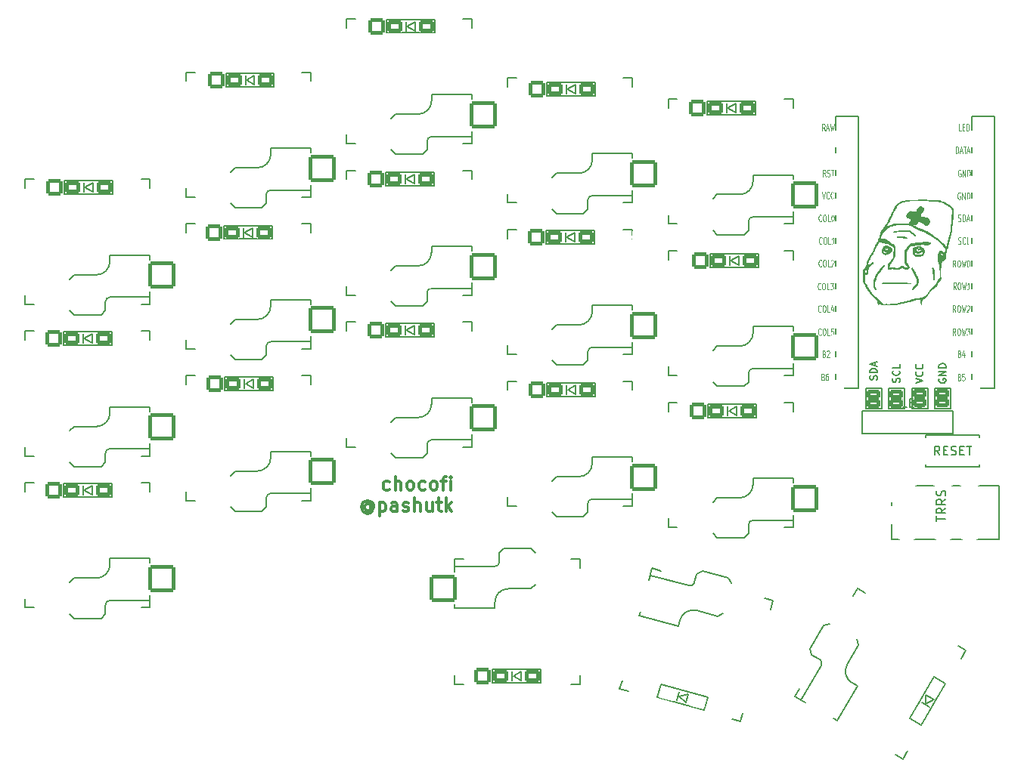
<source format=gbr>
G04 #@! TF.GenerationSoftware,KiCad,Pcbnew,(5.99.0-11177-g6c67dfa032)*
G04 #@! TF.CreationDate,2021-08-29T13:14:20+03:00*
G04 #@! TF.ProjectId,chocofi,63686f63-6f66-4692-9e6b-696361645f70,2.1*
G04 #@! TF.SameCoordinates,Original*
G04 #@! TF.FileFunction,Legend,Top*
G04 #@! TF.FilePolarity,Positive*
%FSLAX46Y46*%
G04 Gerber Fmt 4.6, Leading zero omitted, Abs format (unit mm)*
G04 Created by KiCad (PCBNEW (5.99.0-11177-g6c67dfa032)) date 2021-08-29 13:14:20*
%MOMM*%
%LPD*%
G01*
G04 APERTURE LIST*
G04 Aperture macros list*
%AMRoundRect*
0 Rectangle with rounded corners*
0 $1 Rounding radius*
0 $2 $3 $4 $5 $6 $7 $8 $9 X,Y pos of 4 corners*
0 Add a 4 corners polygon primitive as box body*
4,1,4,$2,$3,$4,$5,$6,$7,$8,$9,$2,$3,0*
0 Add four circle primitives for the rounded corners*
1,1,$1+$1,$2,$3*
1,1,$1+$1,$4,$5*
1,1,$1+$1,$6,$7*
1,1,$1+$1,$8,$9*
0 Add four rect primitives between the rounded corners*
20,1,$1+$1,$2,$3,$4,$5,0*
20,1,$1+$1,$4,$5,$6,$7,0*
20,1,$1+$1,$6,$7,$8,$9,0*
20,1,$1+$1,$8,$9,$2,$3,0*%
%AMRotRect*
0 Rectangle, with rotation*
0 The origin of the aperture is its center*
0 $1 length*
0 $2 width*
0 $3 Rotation angle, in degrees counterclockwise*
0 Add horizontal line*
21,1,$1,$2,0,0,$3*%
%AMFreePoly0*
4,1,22,1.386777,1.480194,1.456366,1.424698,1.494986,1.344504,1.500000,1.300000,1.500000,-1.300000,1.480194,-1.386777,1.424698,-1.456366,1.344504,-1.494986,1.300000,-1.500000,-1.300000,-1.500000,-1.386777,-1.480194,-1.456366,-1.424698,-1.494986,-1.344504,-1.500000,-1.300000,-1.500000,0.130000,-1.480194,0.216777,-1.441421,0.271421,-0.271421,1.441421,-0.196056,1.488777,-0.130000,1.500000,
1.300000,1.500000,1.386777,1.480194,1.386777,1.480194,$1*%
G04 Aperture macros list end*
%ADD10C,0.300000*%
%ADD11C,0.150000*%
%ADD12C,0.125000*%
%ADD13R,1.397000X1.397000*%
%ADD14C,1.397000*%
%ADD15RotRect,1.397000X1.397000X345.000000*%
%ADD16RotRect,1.397000X1.397000X60.000000*%
%ADD17C,1.200000*%
%ADD18O,2.500000X1.700000*%
%ADD19C,1.524000*%
%ADD20C,2.000000*%
%ADD21RoundRect,0.200000X-0.698500X-0.698500X0.698500X-0.698500X0.698500X0.698500X-0.698500X0.698500X0*%
%ADD22RoundRect,0.200000X-0.650000X-0.475000X0.650000X-0.475000X0.650000X0.475000X-0.650000X0.475000X0*%
%ADD23C,1.797000*%
%ADD24RoundRect,0.200000X-0.750791X-0.290582X0.504913X-0.627047X0.750791X0.290582X-0.504913X0.627047X0*%
%ADD25RoundRect,0.200000X-0.855484X-0.493914X0.493914X-0.855484X0.855484X0.493914X-0.493914X0.855484X0*%
%ADD26RoundRect,0.200000X0.255669X-0.954169X0.954169X0.255669X-0.255669X0.954169X-0.954169X-0.255669X0*%
%ADD27RoundRect,0.200000X0.086362X-0.800417X0.736362X0.325417X-0.086362X0.800417X-0.736362X-0.325417X0*%
%ADD28C,1.600000*%
%ADD29O,2.900000X2.100000*%
%ADD30C,2.101800*%
%ADD31C,3.829000*%
%ADD32C,3.400000*%
%ADD33C,1.390600*%
%ADD34FreePoly0,0.000000*%
%ADD35RoundRect,0.200000X-1.300000X-1.300000X1.300000X-1.300000X1.300000X1.300000X-1.300000X1.300000X0*%
%ADD36FreePoly0,180.000000*%
%ADD37RoundRect,0.200000X1.300000X1.300000X-1.300000X1.300000X-1.300000X-1.300000X1.300000X-1.300000X0*%
%ADD38FreePoly0,165.000000*%
%ADD39RoundRect,0.200000X1.592168X0.919239X-0.919239X1.592168X-1.592168X-0.919239X0.919239X-1.592168X0*%
%ADD40FreePoly0,240.000000*%
%ADD41RoundRect,0.200000X-0.475833X1.775833X-1.775833X-0.475833X0.475833X-1.775833X1.775833X0.475833X0*%
%ADD42C,1.924000*%
%ADD43RoundRect,0.200000X-0.571500X0.317500X-0.571500X-0.317500X0.571500X-0.317500X0.571500X0.317500X0*%
%ADD44C,2.400000*%
%ADD45C,4.400000*%
G04 APERTURE END LIST*
D10*
X119710714Y-98149642D02*
X119567857Y-98221071D01*
X119282142Y-98221071D01*
X119139285Y-98149642D01*
X119067857Y-98078214D01*
X118996428Y-97935357D01*
X118996428Y-97506785D01*
X119067857Y-97363928D01*
X119139285Y-97292500D01*
X119282142Y-97221071D01*
X119567857Y-97221071D01*
X119710714Y-97292500D01*
X120353571Y-98221071D02*
X120353571Y-96721071D01*
X120996428Y-98221071D02*
X120996428Y-97435357D01*
X120925000Y-97292500D01*
X120782142Y-97221071D01*
X120567857Y-97221071D01*
X120425000Y-97292500D01*
X120353571Y-97363928D01*
X121925000Y-98221071D02*
X121782142Y-98149642D01*
X121710714Y-98078214D01*
X121639285Y-97935357D01*
X121639285Y-97506785D01*
X121710714Y-97363928D01*
X121782142Y-97292500D01*
X121925000Y-97221071D01*
X122139285Y-97221071D01*
X122282142Y-97292500D01*
X122353571Y-97363928D01*
X122425000Y-97506785D01*
X122425000Y-97935357D01*
X122353571Y-98078214D01*
X122282142Y-98149642D01*
X122139285Y-98221071D01*
X121925000Y-98221071D01*
X123710714Y-98149642D02*
X123567857Y-98221071D01*
X123282142Y-98221071D01*
X123139285Y-98149642D01*
X123067857Y-98078214D01*
X122996428Y-97935357D01*
X122996428Y-97506785D01*
X123067857Y-97363928D01*
X123139285Y-97292500D01*
X123282142Y-97221071D01*
X123567857Y-97221071D01*
X123710714Y-97292500D01*
X124567857Y-98221071D02*
X124425000Y-98149642D01*
X124353571Y-98078214D01*
X124282142Y-97935357D01*
X124282142Y-97506785D01*
X124353571Y-97363928D01*
X124425000Y-97292500D01*
X124567857Y-97221071D01*
X124782142Y-97221071D01*
X124925000Y-97292500D01*
X124996428Y-97363928D01*
X125067857Y-97506785D01*
X125067857Y-97935357D01*
X124996428Y-98078214D01*
X124925000Y-98149642D01*
X124782142Y-98221071D01*
X124567857Y-98221071D01*
X125496428Y-97221071D02*
X126067857Y-97221071D01*
X125710714Y-98221071D02*
X125710714Y-96935357D01*
X125782142Y-96792500D01*
X125925000Y-96721071D01*
X126067857Y-96721071D01*
X126567857Y-98221071D02*
X126567857Y-97221071D01*
X126567857Y-96721071D02*
X126496428Y-96792500D01*
X126567857Y-96863928D01*
X126639285Y-96792500D01*
X126567857Y-96721071D01*
X126567857Y-96863928D01*
X117567857Y-99921785D02*
X117496428Y-99850357D01*
X117353571Y-99778928D01*
X117210714Y-99778928D01*
X117067857Y-99850357D01*
X116996428Y-99921785D01*
X116925000Y-100064642D01*
X116925000Y-100207500D01*
X116996428Y-100350357D01*
X117067857Y-100421785D01*
X117210714Y-100493214D01*
X117353571Y-100493214D01*
X117496428Y-100421785D01*
X117567857Y-100350357D01*
X117567857Y-99778928D02*
X117567857Y-100350357D01*
X117639285Y-100421785D01*
X117710714Y-100421785D01*
X117853571Y-100350357D01*
X117925000Y-100207500D01*
X117925000Y-99850357D01*
X117782142Y-99636071D01*
X117567857Y-99493214D01*
X117282142Y-99421785D01*
X116996428Y-99493214D01*
X116782142Y-99636071D01*
X116639285Y-99850357D01*
X116567857Y-100136071D01*
X116639285Y-100421785D01*
X116782142Y-100636071D01*
X116996428Y-100778928D01*
X117282142Y-100850357D01*
X117567857Y-100778928D01*
X117782142Y-100636071D01*
X118567857Y-99636071D02*
X118567857Y-101136071D01*
X118567857Y-99707500D02*
X118710714Y-99636071D01*
X118996428Y-99636071D01*
X119139285Y-99707500D01*
X119210714Y-99778928D01*
X119282142Y-99921785D01*
X119282142Y-100350357D01*
X119210714Y-100493214D01*
X119139285Y-100564642D01*
X118996428Y-100636071D01*
X118710714Y-100636071D01*
X118567857Y-100564642D01*
X120567857Y-100636071D02*
X120567857Y-99850357D01*
X120496428Y-99707500D01*
X120353571Y-99636071D01*
X120067857Y-99636071D01*
X119925000Y-99707500D01*
X120567857Y-100564642D02*
X120425000Y-100636071D01*
X120067857Y-100636071D01*
X119925000Y-100564642D01*
X119853571Y-100421785D01*
X119853571Y-100278928D01*
X119925000Y-100136071D01*
X120067857Y-100064642D01*
X120425000Y-100064642D01*
X120567857Y-99993214D01*
X121210714Y-100564642D02*
X121353571Y-100636071D01*
X121639285Y-100636071D01*
X121782142Y-100564642D01*
X121853571Y-100421785D01*
X121853571Y-100350357D01*
X121782142Y-100207500D01*
X121639285Y-100136071D01*
X121425000Y-100136071D01*
X121282142Y-100064642D01*
X121210714Y-99921785D01*
X121210714Y-99850357D01*
X121282142Y-99707500D01*
X121425000Y-99636071D01*
X121639285Y-99636071D01*
X121782142Y-99707500D01*
X122496428Y-100636071D02*
X122496428Y-99136071D01*
X123139285Y-100636071D02*
X123139285Y-99850357D01*
X123067857Y-99707500D01*
X122925000Y-99636071D01*
X122710714Y-99636071D01*
X122567857Y-99707500D01*
X122496428Y-99778928D01*
X124496428Y-99636071D02*
X124496428Y-100636071D01*
X123853571Y-99636071D02*
X123853571Y-100421785D01*
X123925000Y-100564642D01*
X124067857Y-100636071D01*
X124282142Y-100636071D01*
X124425000Y-100564642D01*
X124496428Y-100493214D01*
X124996428Y-99636071D02*
X125567857Y-99636071D01*
X125210714Y-99136071D02*
X125210714Y-100421785D01*
X125282142Y-100564642D01*
X125425000Y-100636071D01*
X125567857Y-100636071D01*
X126067857Y-100636071D02*
X126067857Y-99136071D01*
X126210714Y-100064642D02*
X126639285Y-100636071D01*
X126639285Y-99636071D02*
X126067857Y-100207500D01*
D11*
X180962380Y-101722904D02*
X180962380Y-101151476D01*
X181962380Y-101437190D02*
X180962380Y-101437190D01*
X181962380Y-100246714D02*
X181486190Y-100580047D01*
X181962380Y-100818142D02*
X180962380Y-100818142D01*
X180962380Y-100437190D01*
X181010000Y-100341952D01*
X181057619Y-100294333D01*
X181152857Y-100246714D01*
X181295714Y-100246714D01*
X181390952Y-100294333D01*
X181438571Y-100341952D01*
X181486190Y-100437190D01*
X181486190Y-100818142D01*
X181962380Y-99246714D02*
X181486190Y-99580047D01*
X181962380Y-99818142D02*
X180962380Y-99818142D01*
X180962380Y-99437190D01*
X181010000Y-99341952D01*
X181057619Y-99294333D01*
X181152857Y-99246714D01*
X181295714Y-99246714D01*
X181390952Y-99294333D01*
X181438571Y-99341952D01*
X181486190Y-99437190D01*
X181486190Y-99818142D01*
X181914761Y-98865761D02*
X181962380Y-98722904D01*
X181962380Y-98484809D01*
X181914761Y-98389571D01*
X181867142Y-98341952D01*
X181771904Y-98294333D01*
X181676666Y-98294333D01*
X181581428Y-98341952D01*
X181533809Y-98389571D01*
X181486190Y-98484809D01*
X181438571Y-98675285D01*
X181390952Y-98770523D01*
X181343333Y-98818142D01*
X181248095Y-98865761D01*
X181152857Y-98865761D01*
X181057619Y-98818142D01*
X181010000Y-98770523D01*
X180962380Y-98675285D01*
X180962380Y-98437190D01*
X181010000Y-98294333D01*
D12*
X168520690Y-63083185D02*
X168354023Y-62726042D01*
X168234976Y-63083185D02*
X168234976Y-62333185D01*
X168425452Y-62333185D01*
X168473071Y-62368900D01*
X168496880Y-62404614D01*
X168520690Y-62476042D01*
X168520690Y-62583185D01*
X168496880Y-62654614D01*
X168473071Y-62690328D01*
X168425452Y-62726042D01*
X168234976Y-62726042D01*
X168711166Y-63047471D02*
X168782595Y-63083185D01*
X168901642Y-63083185D01*
X168949261Y-63047471D01*
X168973071Y-63011757D01*
X168996880Y-62940328D01*
X168996880Y-62868900D01*
X168973071Y-62797471D01*
X168949261Y-62761757D01*
X168901642Y-62726042D01*
X168806404Y-62690328D01*
X168758785Y-62654614D01*
X168734976Y-62618900D01*
X168711166Y-62547471D01*
X168711166Y-62476042D01*
X168734976Y-62404614D01*
X168758785Y-62368900D01*
X168806404Y-62333185D01*
X168925452Y-62333185D01*
X168996880Y-62368900D01*
X169139738Y-62333185D02*
X169425452Y-62333185D01*
X169282595Y-63083185D02*
X169282595Y-62333185D01*
X183129047Y-75719685D02*
X182962380Y-75362542D01*
X182843333Y-75719685D02*
X182843333Y-74969685D01*
X183033809Y-74969685D01*
X183081428Y-75005400D01*
X183105238Y-75041114D01*
X183129047Y-75112542D01*
X183129047Y-75219685D01*
X183105238Y-75291114D01*
X183081428Y-75326828D01*
X183033809Y-75362542D01*
X182843333Y-75362542D01*
X183438571Y-74969685D02*
X183533809Y-74969685D01*
X183581428Y-75005400D01*
X183629047Y-75076828D01*
X183652857Y-75219685D01*
X183652857Y-75469685D01*
X183629047Y-75612542D01*
X183581428Y-75683971D01*
X183533809Y-75719685D01*
X183438571Y-75719685D01*
X183390952Y-75683971D01*
X183343333Y-75612542D01*
X183319523Y-75469685D01*
X183319523Y-75219685D01*
X183343333Y-75076828D01*
X183390952Y-75005400D01*
X183438571Y-74969685D01*
X183819523Y-74969685D02*
X183938571Y-75719685D01*
X184033809Y-75183971D01*
X184129047Y-75719685D01*
X184248095Y-74969685D01*
X184700476Y-75719685D02*
X184414761Y-75719685D01*
X184557619Y-75719685D02*
X184557619Y-74969685D01*
X184510000Y-75076828D01*
X184462380Y-75148257D01*
X184414761Y-75183971D01*
X168012380Y-80791757D02*
X167988571Y-80827471D01*
X167917142Y-80863185D01*
X167869523Y-80863185D01*
X167798095Y-80827471D01*
X167750476Y-80756042D01*
X167726666Y-80684614D01*
X167702857Y-80541757D01*
X167702857Y-80434614D01*
X167726666Y-80291757D01*
X167750476Y-80220328D01*
X167798095Y-80148900D01*
X167869523Y-80113185D01*
X167917142Y-80113185D01*
X167988571Y-80148900D01*
X168012380Y-80184614D01*
X168321904Y-80113185D02*
X168417142Y-80113185D01*
X168464761Y-80148900D01*
X168512380Y-80220328D01*
X168536190Y-80363185D01*
X168536190Y-80613185D01*
X168512380Y-80756042D01*
X168464761Y-80827471D01*
X168417142Y-80863185D01*
X168321904Y-80863185D01*
X168274285Y-80827471D01*
X168226666Y-80756042D01*
X168202857Y-80613185D01*
X168202857Y-80363185D01*
X168226666Y-80220328D01*
X168274285Y-80148900D01*
X168321904Y-80113185D01*
X168988571Y-80863185D02*
X168750476Y-80863185D01*
X168750476Y-80113185D01*
X169393333Y-80113185D02*
X169155238Y-80113185D01*
X169131428Y-80470328D01*
X169155238Y-80434614D01*
X169202857Y-80398900D01*
X169321904Y-80398900D01*
X169369523Y-80434614D01*
X169393333Y-80470328D01*
X169417142Y-80541757D01*
X169417142Y-80720328D01*
X169393333Y-80791757D01*
X169369523Y-80827471D01*
X169321904Y-80863185D01*
X169202857Y-80863185D01*
X169155238Y-80827471D01*
X169131428Y-80791757D01*
X183079047Y-80863185D02*
X182912380Y-80506042D01*
X182793333Y-80863185D02*
X182793333Y-80113185D01*
X182983809Y-80113185D01*
X183031428Y-80148900D01*
X183055238Y-80184614D01*
X183079047Y-80256042D01*
X183079047Y-80363185D01*
X183055238Y-80434614D01*
X183031428Y-80470328D01*
X182983809Y-80506042D01*
X182793333Y-80506042D01*
X183388571Y-80113185D02*
X183483809Y-80113185D01*
X183531428Y-80148900D01*
X183579047Y-80220328D01*
X183602857Y-80363185D01*
X183602857Y-80613185D01*
X183579047Y-80756042D01*
X183531428Y-80827471D01*
X183483809Y-80863185D01*
X183388571Y-80863185D01*
X183340952Y-80827471D01*
X183293333Y-80756042D01*
X183269523Y-80613185D01*
X183269523Y-80363185D01*
X183293333Y-80220328D01*
X183340952Y-80148900D01*
X183388571Y-80113185D01*
X183769523Y-80113185D02*
X183888571Y-80863185D01*
X183983809Y-80327471D01*
X184079047Y-80863185D01*
X184198095Y-80113185D01*
X184340952Y-80113185D02*
X184650476Y-80113185D01*
X184483809Y-80398900D01*
X184555238Y-80398900D01*
X184602857Y-80434614D01*
X184626666Y-80470328D01*
X184650476Y-80541757D01*
X184650476Y-80720328D01*
X184626666Y-80791757D01*
X184602857Y-80827471D01*
X184555238Y-80863185D01*
X184412380Y-80863185D01*
X184364761Y-80827471D01*
X184340952Y-80791757D01*
X168012380Y-78196257D02*
X167988571Y-78231971D01*
X167917142Y-78267685D01*
X167869523Y-78267685D01*
X167798095Y-78231971D01*
X167750476Y-78160542D01*
X167726666Y-78089114D01*
X167702857Y-77946257D01*
X167702857Y-77839114D01*
X167726666Y-77696257D01*
X167750476Y-77624828D01*
X167798095Y-77553400D01*
X167869523Y-77517685D01*
X167917142Y-77517685D01*
X167988571Y-77553400D01*
X168012380Y-77589114D01*
X168321904Y-77517685D02*
X168417142Y-77517685D01*
X168464761Y-77553400D01*
X168512380Y-77624828D01*
X168536190Y-77767685D01*
X168536190Y-78017685D01*
X168512380Y-78160542D01*
X168464761Y-78231971D01*
X168417142Y-78267685D01*
X168321904Y-78267685D01*
X168274285Y-78231971D01*
X168226666Y-78160542D01*
X168202857Y-78017685D01*
X168202857Y-77767685D01*
X168226666Y-77624828D01*
X168274285Y-77553400D01*
X168321904Y-77517685D01*
X168988571Y-78267685D02*
X168750476Y-78267685D01*
X168750476Y-77517685D01*
X169369523Y-77767685D02*
X169369523Y-78267685D01*
X169250476Y-77481971D02*
X169131428Y-78017685D01*
X169440952Y-78017685D01*
X183590047Y-64908900D02*
X183542428Y-64873185D01*
X183471000Y-64873185D01*
X183399571Y-64908900D01*
X183351952Y-64980328D01*
X183328142Y-65051757D01*
X183304333Y-65194614D01*
X183304333Y-65301757D01*
X183328142Y-65444614D01*
X183351952Y-65516042D01*
X183399571Y-65587471D01*
X183471000Y-65623185D01*
X183518619Y-65623185D01*
X183590047Y-65587471D01*
X183613857Y-65551757D01*
X183613857Y-65301757D01*
X183518619Y-65301757D01*
X183828142Y-65623185D02*
X183828142Y-64873185D01*
X184113857Y-65623185D01*
X184113857Y-64873185D01*
X184351952Y-65623185D02*
X184351952Y-64873185D01*
X184471000Y-64873185D01*
X184542428Y-64908900D01*
X184590047Y-64980328D01*
X184613857Y-65051757D01*
X184637666Y-65194614D01*
X184637666Y-65301757D01*
X184613857Y-65444614D01*
X184590047Y-65516042D01*
X184542428Y-65587471D01*
X184471000Y-65623185D01*
X184351952Y-65623185D01*
X183110000Y-60467685D02*
X183110000Y-59717685D01*
X183229047Y-59717685D01*
X183300476Y-59753400D01*
X183348095Y-59824828D01*
X183371904Y-59896257D01*
X183395714Y-60039114D01*
X183395714Y-60146257D01*
X183371904Y-60289114D01*
X183348095Y-60360542D01*
X183300476Y-60431971D01*
X183229047Y-60467685D01*
X183110000Y-60467685D01*
X183586190Y-60253400D02*
X183824285Y-60253400D01*
X183538571Y-60467685D02*
X183705238Y-59717685D01*
X183871904Y-60467685D01*
X183967142Y-59717685D02*
X184252857Y-59717685D01*
X184110000Y-60467685D02*
X184110000Y-59717685D01*
X184395714Y-60253400D02*
X184633809Y-60253400D01*
X184348095Y-60467685D02*
X184514761Y-59717685D01*
X184681428Y-60467685D01*
X168062380Y-73108257D02*
X168038571Y-73143971D01*
X167967142Y-73179685D01*
X167919523Y-73179685D01*
X167848095Y-73143971D01*
X167800476Y-73072542D01*
X167776666Y-73001114D01*
X167752857Y-72858257D01*
X167752857Y-72751114D01*
X167776666Y-72608257D01*
X167800476Y-72536828D01*
X167848095Y-72465400D01*
X167919523Y-72429685D01*
X167967142Y-72429685D01*
X168038571Y-72465400D01*
X168062380Y-72501114D01*
X168371904Y-72429685D02*
X168467142Y-72429685D01*
X168514761Y-72465400D01*
X168562380Y-72536828D01*
X168586190Y-72679685D01*
X168586190Y-72929685D01*
X168562380Y-73072542D01*
X168514761Y-73143971D01*
X168467142Y-73179685D01*
X168371904Y-73179685D01*
X168324285Y-73143971D01*
X168276666Y-73072542D01*
X168252857Y-72929685D01*
X168252857Y-72679685D01*
X168276666Y-72536828D01*
X168324285Y-72465400D01*
X168371904Y-72429685D01*
X169038571Y-73179685D02*
X168800476Y-73179685D01*
X168800476Y-72429685D01*
X169181428Y-72501114D02*
X169205238Y-72465400D01*
X169252857Y-72429685D01*
X169371904Y-72429685D01*
X169419523Y-72465400D01*
X169443333Y-72501114D01*
X169467142Y-72572542D01*
X169467142Y-72643971D01*
X169443333Y-72751114D01*
X169157619Y-73179685D01*
X169467142Y-73179685D01*
X168127833Y-64809685D02*
X168294500Y-65559685D01*
X168461166Y-64809685D01*
X168913547Y-65488257D02*
X168889738Y-65523971D01*
X168818309Y-65559685D01*
X168770690Y-65559685D01*
X168699261Y-65523971D01*
X168651642Y-65452542D01*
X168627833Y-65381114D01*
X168604023Y-65238257D01*
X168604023Y-65131114D01*
X168627833Y-64988257D01*
X168651642Y-64916828D01*
X168699261Y-64845400D01*
X168770690Y-64809685D01*
X168818309Y-64809685D01*
X168889738Y-64845400D01*
X168913547Y-64881114D01*
X169413547Y-65488257D02*
X169389738Y-65523971D01*
X169318309Y-65559685D01*
X169270690Y-65559685D01*
X169199261Y-65523971D01*
X169151642Y-65452542D01*
X169127833Y-65381114D01*
X169104023Y-65238257D01*
X169104023Y-65131114D01*
X169127833Y-64988257D01*
X169151642Y-64916828D01*
X169199261Y-64845400D01*
X169270690Y-64809685D01*
X169318309Y-64809685D01*
X169389738Y-64845400D01*
X169413547Y-64881114D01*
X168257619Y-85524828D02*
X168329047Y-85560542D01*
X168352857Y-85596257D01*
X168376666Y-85667685D01*
X168376666Y-85774828D01*
X168352857Y-85846257D01*
X168329047Y-85881971D01*
X168281428Y-85917685D01*
X168090952Y-85917685D01*
X168090952Y-85167685D01*
X168257619Y-85167685D01*
X168305238Y-85203400D01*
X168329047Y-85239114D01*
X168352857Y-85310542D01*
X168352857Y-85381971D01*
X168329047Y-85453400D01*
X168305238Y-85489114D01*
X168257619Y-85524828D01*
X168090952Y-85524828D01*
X168805238Y-85167685D02*
X168710000Y-85167685D01*
X168662380Y-85203400D01*
X168638571Y-85239114D01*
X168590952Y-85346257D01*
X168567142Y-85489114D01*
X168567142Y-85774828D01*
X168590952Y-85846257D01*
X168614761Y-85881971D01*
X168662380Y-85917685D01*
X168757619Y-85917685D01*
X168805238Y-85881971D01*
X168829047Y-85846257D01*
X168852857Y-85774828D01*
X168852857Y-85596257D01*
X168829047Y-85524828D01*
X168805238Y-85489114D01*
X168757619Y-85453400D01*
X168662380Y-85453400D01*
X168614761Y-85489114D01*
X168590952Y-85524828D01*
X168567142Y-85596257D01*
X168449261Y-57939685D02*
X168282595Y-57582542D01*
X168163547Y-57939685D02*
X168163547Y-57189685D01*
X168354023Y-57189685D01*
X168401642Y-57225400D01*
X168425452Y-57261114D01*
X168449261Y-57332542D01*
X168449261Y-57439685D01*
X168425452Y-57511114D01*
X168401642Y-57546828D01*
X168354023Y-57582542D01*
X168163547Y-57582542D01*
X168639738Y-57725400D02*
X168877833Y-57725400D01*
X168592119Y-57939685D02*
X168758785Y-57189685D01*
X168925452Y-57939685D01*
X169044500Y-57189685D02*
X169163547Y-57939685D01*
X169258785Y-57403971D01*
X169354023Y-57939685D01*
X169473071Y-57189685D01*
X183375761Y-70603971D02*
X183447190Y-70639685D01*
X183566238Y-70639685D01*
X183613857Y-70603971D01*
X183637666Y-70568257D01*
X183661476Y-70496828D01*
X183661476Y-70425400D01*
X183637666Y-70353971D01*
X183613857Y-70318257D01*
X183566238Y-70282542D01*
X183471000Y-70246828D01*
X183423380Y-70211114D01*
X183399571Y-70175400D01*
X183375761Y-70103971D01*
X183375761Y-70032542D01*
X183399571Y-69961114D01*
X183423380Y-69925400D01*
X183471000Y-69889685D01*
X183590047Y-69889685D01*
X183661476Y-69925400D01*
X184161476Y-70568257D02*
X184137666Y-70603971D01*
X184066238Y-70639685D01*
X184018619Y-70639685D01*
X183947190Y-70603971D01*
X183899571Y-70532542D01*
X183875761Y-70461114D01*
X183851952Y-70318257D01*
X183851952Y-70211114D01*
X183875761Y-70068257D01*
X183899571Y-69996828D01*
X183947190Y-69925400D01*
X184018619Y-69889685D01*
X184066238Y-69889685D01*
X184137666Y-69925400D01*
X184161476Y-69961114D01*
X184613857Y-70639685D02*
X184375761Y-70639685D01*
X184375761Y-69889685D01*
X183590047Y-64908900D02*
X183542428Y-64873185D01*
X183471000Y-64873185D01*
X183399571Y-64908900D01*
X183351952Y-64980328D01*
X183328142Y-65051757D01*
X183304333Y-65194614D01*
X183304333Y-65301757D01*
X183328142Y-65444614D01*
X183351952Y-65516042D01*
X183399571Y-65587471D01*
X183471000Y-65623185D01*
X183518619Y-65623185D01*
X183590047Y-65587471D01*
X183613857Y-65551757D01*
X183613857Y-65301757D01*
X183518619Y-65301757D01*
X183828142Y-65623185D02*
X183828142Y-64873185D01*
X184113857Y-65623185D01*
X184113857Y-64873185D01*
X184351952Y-65623185D02*
X184351952Y-64873185D01*
X184471000Y-64873185D01*
X184542428Y-64908900D01*
X184590047Y-64980328D01*
X184613857Y-65051757D01*
X184637666Y-65194614D01*
X184637666Y-65301757D01*
X184613857Y-65444614D01*
X184590047Y-65516042D01*
X184542428Y-65587471D01*
X184471000Y-65623185D01*
X184351952Y-65623185D01*
X183363857Y-68063971D02*
X183435285Y-68099685D01*
X183554333Y-68099685D01*
X183601952Y-68063971D01*
X183625761Y-68028257D01*
X183649571Y-67956828D01*
X183649571Y-67885400D01*
X183625761Y-67813971D01*
X183601952Y-67778257D01*
X183554333Y-67742542D01*
X183459095Y-67706828D01*
X183411476Y-67671114D01*
X183387666Y-67635400D01*
X183363857Y-67563971D01*
X183363857Y-67492542D01*
X183387666Y-67421114D01*
X183411476Y-67385400D01*
X183459095Y-67349685D01*
X183578142Y-67349685D01*
X183649571Y-67385400D01*
X183863857Y-68099685D02*
X183863857Y-67349685D01*
X183982904Y-67349685D01*
X184054333Y-67385400D01*
X184101952Y-67456828D01*
X184125761Y-67528257D01*
X184149571Y-67671114D01*
X184149571Y-67778257D01*
X184125761Y-67921114D01*
X184101952Y-67992542D01*
X184054333Y-68063971D01*
X183982904Y-68099685D01*
X183863857Y-68099685D01*
X184340047Y-67885400D02*
X184578142Y-67885400D01*
X184292428Y-68099685D02*
X184459095Y-67349685D01*
X184625761Y-68099685D01*
X183507619Y-82946828D02*
X183579047Y-82982542D01*
X183602857Y-83018257D01*
X183626666Y-83089685D01*
X183626666Y-83196828D01*
X183602857Y-83268257D01*
X183579047Y-83303971D01*
X183531428Y-83339685D01*
X183340952Y-83339685D01*
X183340952Y-82589685D01*
X183507619Y-82589685D01*
X183555238Y-82625400D01*
X183579047Y-82661114D01*
X183602857Y-82732542D01*
X183602857Y-82803971D01*
X183579047Y-82875400D01*
X183555238Y-82911114D01*
X183507619Y-82946828D01*
X183340952Y-82946828D01*
X184055238Y-82839685D02*
X184055238Y-83339685D01*
X183936190Y-82553971D02*
X183817142Y-83089685D01*
X184126666Y-83089685D01*
X183507619Y-85550328D02*
X183579047Y-85586042D01*
X183602857Y-85621757D01*
X183626666Y-85693185D01*
X183626666Y-85800328D01*
X183602857Y-85871757D01*
X183579047Y-85907471D01*
X183531428Y-85943185D01*
X183340952Y-85943185D01*
X183340952Y-85193185D01*
X183507619Y-85193185D01*
X183555238Y-85228900D01*
X183579047Y-85264614D01*
X183602857Y-85336042D01*
X183602857Y-85407471D01*
X183579047Y-85478900D01*
X183555238Y-85514614D01*
X183507619Y-85550328D01*
X183340952Y-85550328D01*
X184079047Y-85193185D02*
X183840952Y-85193185D01*
X183817142Y-85550328D01*
X183840952Y-85514614D01*
X183888571Y-85478900D01*
X184007619Y-85478900D01*
X184055238Y-85514614D01*
X184079047Y-85550328D01*
X184102857Y-85621757D01*
X184102857Y-85800328D01*
X184079047Y-85871757D01*
X184055238Y-85907471D01*
X184007619Y-85943185D01*
X183888571Y-85943185D01*
X183840952Y-85907471D01*
X183817142Y-85871757D01*
X168062380Y-68046257D02*
X168038571Y-68081971D01*
X167967142Y-68117685D01*
X167919523Y-68117685D01*
X167848095Y-68081971D01*
X167800476Y-68010542D01*
X167776666Y-67939114D01*
X167752857Y-67796257D01*
X167752857Y-67689114D01*
X167776666Y-67546257D01*
X167800476Y-67474828D01*
X167848095Y-67403400D01*
X167919523Y-67367685D01*
X167967142Y-67367685D01*
X168038571Y-67403400D01*
X168062380Y-67439114D01*
X168371904Y-67367685D02*
X168467142Y-67367685D01*
X168514761Y-67403400D01*
X168562380Y-67474828D01*
X168586190Y-67617685D01*
X168586190Y-67867685D01*
X168562380Y-68010542D01*
X168514761Y-68081971D01*
X168467142Y-68117685D01*
X168371904Y-68117685D01*
X168324285Y-68081971D01*
X168276666Y-68010542D01*
X168252857Y-67867685D01*
X168252857Y-67617685D01*
X168276666Y-67474828D01*
X168324285Y-67403400D01*
X168371904Y-67367685D01*
X169038571Y-68117685D02*
X168800476Y-68117685D01*
X168800476Y-67367685D01*
X169300476Y-67367685D02*
X169348095Y-67367685D01*
X169395714Y-67403400D01*
X169419523Y-67439114D01*
X169443333Y-67510542D01*
X169467142Y-67653400D01*
X169467142Y-67831971D01*
X169443333Y-67974828D01*
X169419523Y-68046257D01*
X169395714Y-68081971D01*
X169348095Y-68117685D01*
X169300476Y-68117685D01*
X169252857Y-68081971D01*
X169229047Y-68046257D01*
X169205238Y-67974828D01*
X169181428Y-67831971D01*
X169181428Y-67653400D01*
X169205238Y-67510542D01*
X169229047Y-67439114D01*
X169252857Y-67403400D01*
X169300476Y-67367685D01*
X167962380Y-75696257D02*
X167938571Y-75731971D01*
X167867142Y-75767685D01*
X167819523Y-75767685D01*
X167748095Y-75731971D01*
X167700476Y-75660542D01*
X167676666Y-75589114D01*
X167652857Y-75446257D01*
X167652857Y-75339114D01*
X167676666Y-75196257D01*
X167700476Y-75124828D01*
X167748095Y-75053400D01*
X167819523Y-75017685D01*
X167867142Y-75017685D01*
X167938571Y-75053400D01*
X167962380Y-75089114D01*
X168271904Y-75017685D02*
X168367142Y-75017685D01*
X168414761Y-75053400D01*
X168462380Y-75124828D01*
X168486190Y-75267685D01*
X168486190Y-75517685D01*
X168462380Y-75660542D01*
X168414761Y-75731971D01*
X168367142Y-75767685D01*
X168271904Y-75767685D01*
X168224285Y-75731971D01*
X168176666Y-75660542D01*
X168152857Y-75517685D01*
X168152857Y-75267685D01*
X168176666Y-75124828D01*
X168224285Y-75053400D01*
X168271904Y-75017685D01*
X168938571Y-75767685D02*
X168700476Y-75767685D01*
X168700476Y-75017685D01*
X169057619Y-75017685D02*
X169367142Y-75017685D01*
X169200476Y-75303400D01*
X169271904Y-75303400D01*
X169319523Y-75339114D01*
X169343333Y-75374828D01*
X169367142Y-75446257D01*
X169367142Y-75624828D01*
X169343333Y-75696257D01*
X169319523Y-75731971D01*
X169271904Y-75767685D01*
X169129047Y-75767685D01*
X169081428Y-75731971D01*
X169057619Y-75696257D01*
X183079047Y-78267685D02*
X182912380Y-77910542D01*
X182793333Y-78267685D02*
X182793333Y-77517685D01*
X182983809Y-77517685D01*
X183031428Y-77553400D01*
X183055238Y-77589114D01*
X183079047Y-77660542D01*
X183079047Y-77767685D01*
X183055238Y-77839114D01*
X183031428Y-77874828D01*
X182983809Y-77910542D01*
X182793333Y-77910542D01*
X183388571Y-77517685D02*
X183483809Y-77517685D01*
X183531428Y-77553400D01*
X183579047Y-77624828D01*
X183602857Y-77767685D01*
X183602857Y-78017685D01*
X183579047Y-78160542D01*
X183531428Y-78231971D01*
X183483809Y-78267685D01*
X183388571Y-78267685D01*
X183340952Y-78231971D01*
X183293333Y-78160542D01*
X183269523Y-78017685D01*
X183269523Y-77767685D01*
X183293333Y-77624828D01*
X183340952Y-77553400D01*
X183388571Y-77517685D01*
X183769523Y-77517685D02*
X183888571Y-78267685D01*
X183983809Y-77731971D01*
X184079047Y-78267685D01*
X184198095Y-77517685D01*
X184364761Y-77589114D02*
X184388571Y-77553400D01*
X184436190Y-77517685D01*
X184555238Y-77517685D01*
X184602857Y-77553400D01*
X184626666Y-77589114D01*
X184650476Y-77660542D01*
X184650476Y-77731971D01*
X184626666Y-77839114D01*
X184340952Y-78267685D01*
X184650476Y-78267685D01*
X168357619Y-82974828D02*
X168429047Y-83010542D01*
X168452857Y-83046257D01*
X168476666Y-83117685D01*
X168476666Y-83224828D01*
X168452857Y-83296257D01*
X168429047Y-83331971D01*
X168381428Y-83367685D01*
X168190952Y-83367685D01*
X168190952Y-82617685D01*
X168357619Y-82617685D01*
X168405238Y-82653400D01*
X168429047Y-82689114D01*
X168452857Y-82760542D01*
X168452857Y-82831971D01*
X168429047Y-82903400D01*
X168405238Y-82939114D01*
X168357619Y-82974828D01*
X168190952Y-82974828D01*
X168667142Y-82689114D02*
X168690952Y-82653400D01*
X168738571Y-82617685D01*
X168857619Y-82617685D01*
X168905238Y-82653400D01*
X168929047Y-82689114D01*
X168952857Y-82760542D01*
X168952857Y-82831971D01*
X168929047Y-82939114D01*
X168643333Y-83367685D01*
X168952857Y-83367685D01*
X183079047Y-73217685D02*
X182912380Y-72860542D01*
X182793333Y-73217685D02*
X182793333Y-72467685D01*
X182983809Y-72467685D01*
X183031428Y-72503400D01*
X183055238Y-72539114D01*
X183079047Y-72610542D01*
X183079047Y-72717685D01*
X183055238Y-72789114D01*
X183031428Y-72824828D01*
X182983809Y-72860542D01*
X182793333Y-72860542D01*
X183388571Y-72467685D02*
X183483809Y-72467685D01*
X183531428Y-72503400D01*
X183579047Y-72574828D01*
X183602857Y-72717685D01*
X183602857Y-72967685D01*
X183579047Y-73110542D01*
X183531428Y-73181971D01*
X183483809Y-73217685D01*
X183388571Y-73217685D01*
X183340952Y-73181971D01*
X183293333Y-73110542D01*
X183269523Y-72967685D01*
X183269523Y-72717685D01*
X183293333Y-72574828D01*
X183340952Y-72503400D01*
X183388571Y-72467685D01*
X183769523Y-72467685D02*
X183888571Y-73217685D01*
X183983809Y-72681971D01*
X184079047Y-73217685D01*
X184198095Y-72467685D01*
X184483809Y-72467685D02*
X184531428Y-72467685D01*
X184579047Y-72503400D01*
X184602857Y-72539114D01*
X184626666Y-72610542D01*
X184650476Y-72753400D01*
X184650476Y-72931971D01*
X184626666Y-73074828D01*
X184602857Y-73146257D01*
X184579047Y-73181971D01*
X184531428Y-73217685D01*
X184483809Y-73217685D01*
X184436190Y-73181971D01*
X184412380Y-73146257D01*
X184388571Y-73074828D01*
X184364761Y-72931971D01*
X184364761Y-72753400D01*
X184388571Y-72610542D01*
X184412380Y-72539114D01*
X184436190Y-72503400D01*
X184483809Y-72467685D01*
X168112380Y-70568257D02*
X168088571Y-70603971D01*
X168017142Y-70639685D01*
X167969523Y-70639685D01*
X167898095Y-70603971D01*
X167850476Y-70532542D01*
X167826666Y-70461114D01*
X167802857Y-70318257D01*
X167802857Y-70211114D01*
X167826666Y-70068257D01*
X167850476Y-69996828D01*
X167898095Y-69925400D01*
X167969523Y-69889685D01*
X168017142Y-69889685D01*
X168088571Y-69925400D01*
X168112380Y-69961114D01*
X168421904Y-69889685D02*
X168517142Y-69889685D01*
X168564761Y-69925400D01*
X168612380Y-69996828D01*
X168636190Y-70139685D01*
X168636190Y-70389685D01*
X168612380Y-70532542D01*
X168564761Y-70603971D01*
X168517142Y-70639685D01*
X168421904Y-70639685D01*
X168374285Y-70603971D01*
X168326666Y-70532542D01*
X168302857Y-70389685D01*
X168302857Y-70139685D01*
X168326666Y-69996828D01*
X168374285Y-69925400D01*
X168421904Y-69889685D01*
X169088571Y-70639685D02*
X168850476Y-70639685D01*
X168850476Y-69889685D01*
X169517142Y-70639685D02*
X169231428Y-70639685D01*
X169374285Y-70639685D02*
X169374285Y-69889685D01*
X169326666Y-69996828D01*
X169279047Y-70068257D01*
X169231428Y-70103971D01*
X183688571Y-57939685D02*
X183450476Y-57939685D01*
X183450476Y-57189685D01*
X183855238Y-57546828D02*
X184021904Y-57546828D01*
X184093333Y-57939685D02*
X183855238Y-57939685D01*
X183855238Y-57189685D01*
X184093333Y-57189685D01*
X184307619Y-57939685D02*
X184307619Y-57189685D01*
X184426666Y-57189685D01*
X184498095Y-57225400D01*
X184545714Y-57296828D01*
X184569523Y-57368257D01*
X184593333Y-57511114D01*
X184593333Y-57618257D01*
X184569523Y-57761114D01*
X184545714Y-57832542D01*
X184498095Y-57903971D01*
X184426666Y-57939685D01*
X184307619Y-57939685D01*
X183653547Y-62368900D02*
X183605928Y-62333185D01*
X183534500Y-62333185D01*
X183463071Y-62368900D01*
X183415452Y-62440328D01*
X183391642Y-62511757D01*
X183367833Y-62654614D01*
X183367833Y-62761757D01*
X183391642Y-62904614D01*
X183415452Y-62976042D01*
X183463071Y-63047471D01*
X183534500Y-63083185D01*
X183582119Y-63083185D01*
X183653547Y-63047471D01*
X183677357Y-63011757D01*
X183677357Y-62761757D01*
X183582119Y-62761757D01*
X183891642Y-63083185D02*
X183891642Y-62333185D01*
X184177357Y-63083185D01*
X184177357Y-62333185D01*
X184415452Y-63083185D02*
X184415452Y-62333185D01*
X184534500Y-62333185D01*
X184605928Y-62368900D01*
X184653547Y-62440328D01*
X184677357Y-62511757D01*
X184701166Y-62654614D01*
X184701166Y-62761757D01*
X184677357Y-62904614D01*
X184653547Y-62976042D01*
X184605928Y-63047471D01*
X184534500Y-63083185D01*
X184415452Y-63083185D01*
D11*
X178624895Y-86238133D02*
X179437695Y-85967200D01*
X178624895Y-85696266D01*
X179360285Y-84960876D02*
X179398990Y-84999580D01*
X179437695Y-85115695D01*
X179437695Y-85193104D01*
X179398990Y-85309219D01*
X179321580Y-85386628D01*
X179244171Y-85425333D01*
X179089352Y-85464038D01*
X178973238Y-85464038D01*
X178818419Y-85425333D01*
X178741009Y-85386628D01*
X178663600Y-85309219D01*
X178624895Y-85193104D01*
X178624895Y-85115695D01*
X178663600Y-84999580D01*
X178702304Y-84960876D01*
X179360285Y-84148076D02*
X179398990Y-84186780D01*
X179437695Y-84302895D01*
X179437695Y-84380304D01*
X179398990Y-84496419D01*
X179321580Y-84573828D01*
X179244171Y-84612533D01*
X179089352Y-84651238D01*
X178973238Y-84651238D01*
X178818419Y-84612533D01*
X178741009Y-84573828D01*
X178663600Y-84496419D01*
X178624895Y-84380304D01*
X178624895Y-84302895D01*
X178663600Y-84186780D01*
X178702304Y-84148076D01*
X176277619Y-87960780D02*
X176468095Y-87960780D01*
X176563333Y-88008400D01*
X176658571Y-88103638D01*
X176706190Y-88294114D01*
X176706190Y-88627447D01*
X176658571Y-88817923D01*
X176563333Y-88913161D01*
X176468095Y-88960780D01*
X176277619Y-88960780D01*
X176182380Y-88913161D01*
X176087142Y-88817923D01*
X176039523Y-88627447D01*
X176039523Y-88294114D01*
X176087142Y-88103638D01*
X176182380Y-88008400D01*
X176277619Y-87960780D01*
X177610952Y-88960780D02*
X177134761Y-88960780D01*
X177134761Y-87960780D01*
X177944285Y-88436971D02*
X178277619Y-88436971D01*
X178420476Y-88960780D02*
X177944285Y-88960780D01*
X177944285Y-87960780D01*
X178420476Y-87960780D01*
X178849047Y-88960780D02*
X178849047Y-87960780D01*
X179087142Y-87960780D01*
X179230000Y-88008400D01*
X179325238Y-88103638D01*
X179372857Y-88198876D01*
X179420476Y-88389352D01*
X179420476Y-88532209D01*
X179372857Y-88722685D01*
X179325238Y-88817923D01*
X179230000Y-88913161D01*
X179087142Y-88960780D01*
X178849047Y-88960780D01*
X176798990Y-86142019D02*
X176837695Y-86025904D01*
X176837695Y-85832380D01*
X176798990Y-85754971D01*
X176760285Y-85716266D01*
X176682876Y-85677561D01*
X176605466Y-85677561D01*
X176528057Y-85716266D01*
X176489352Y-85754971D01*
X176450647Y-85832380D01*
X176411942Y-85987200D01*
X176373238Y-86064609D01*
X176334533Y-86103314D01*
X176257123Y-86142019D01*
X176179714Y-86142019D01*
X176102304Y-86103314D01*
X176063600Y-86064609D01*
X176024895Y-85987200D01*
X176024895Y-85793676D01*
X176063600Y-85677561D01*
X176760285Y-84864761D02*
X176798990Y-84903466D01*
X176837695Y-85019580D01*
X176837695Y-85096990D01*
X176798990Y-85213104D01*
X176721580Y-85290514D01*
X176644171Y-85329219D01*
X176489352Y-85367923D01*
X176373238Y-85367923D01*
X176218419Y-85329219D01*
X176141009Y-85290514D01*
X176063600Y-85213104D01*
X176024895Y-85096990D01*
X176024895Y-85019580D01*
X176063600Y-84903466D01*
X176102304Y-84864761D01*
X176837695Y-84129371D02*
X176837695Y-84516419D01*
X176024895Y-84516419D01*
X174258990Y-85881733D02*
X174297695Y-85765619D01*
X174297695Y-85572095D01*
X174258990Y-85494685D01*
X174220285Y-85455980D01*
X174142876Y-85417276D01*
X174065466Y-85417276D01*
X173988057Y-85455980D01*
X173949352Y-85494685D01*
X173910647Y-85572095D01*
X173871942Y-85726914D01*
X173833238Y-85804323D01*
X173794533Y-85843028D01*
X173717123Y-85881733D01*
X173639714Y-85881733D01*
X173562304Y-85843028D01*
X173523600Y-85804323D01*
X173484895Y-85726914D01*
X173484895Y-85533390D01*
X173523600Y-85417276D01*
X174297695Y-85068933D02*
X173484895Y-85068933D01*
X173484895Y-84875409D01*
X173523600Y-84759295D01*
X173601009Y-84681885D01*
X173678419Y-84643180D01*
X173833238Y-84604476D01*
X173949352Y-84604476D01*
X174104171Y-84643180D01*
X174181580Y-84681885D01*
X174258990Y-84759295D01*
X174297695Y-84875409D01*
X174297695Y-85068933D01*
X174065466Y-84294838D02*
X174065466Y-83907790D01*
X174297695Y-84372247D02*
X173484895Y-84101314D01*
X174297695Y-83830380D01*
X181233600Y-85764076D02*
X181194895Y-85841485D01*
X181194895Y-85957600D01*
X181233600Y-86073714D01*
X181311009Y-86151123D01*
X181388419Y-86189828D01*
X181543238Y-86228533D01*
X181659352Y-86228533D01*
X181814171Y-86189828D01*
X181891580Y-86151123D01*
X181968990Y-86073714D01*
X182007695Y-85957600D01*
X182007695Y-85880190D01*
X181968990Y-85764076D01*
X181930285Y-85725371D01*
X181659352Y-85725371D01*
X181659352Y-85880190D01*
X182007695Y-85377028D02*
X181194895Y-85377028D01*
X182007695Y-84912571D01*
X181194895Y-84912571D01*
X182007695Y-84525523D02*
X181194895Y-84525523D01*
X181194895Y-84332000D01*
X181233600Y-84215885D01*
X181311009Y-84138476D01*
X181388419Y-84099771D01*
X181543238Y-84061066D01*
X181659352Y-84061066D01*
X181814171Y-84099771D01*
X181891580Y-84138476D01*
X181968990Y-84215885D01*
X182007695Y-84332000D01*
X182007695Y-84525523D01*
X181300619Y-94305380D02*
X180967285Y-93829190D01*
X180729190Y-94305380D02*
X180729190Y-93305380D01*
X181110142Y-93305380D01*
X181205380Y-93353000D01*
X181253000Y-93400619D01*
X181300619Y-93495857D01*
X181300619Y-93638714D01*
X181253000Y-93733952D01*
X181205380Y-93781571D01*
X181110142Y-93829190D01*
X180729190Y-93829190D01*
X181729190Y-93781571D02*
X182062523Y-93781571D01*
X182205380Y-94305380D02*
X181729190Y-94305380D01*
X181729190Y-93305380D01*
X182205380Y-93305380D01*
X182586333Y-94257761D02*
X182729190Y-94305380D01*
X182967285Y-94305380D01*
X183062523Y-94257761D01*
X183110142Y-94210142D01*
X183157761Y-94114904D01*
X183157761Y-94019666D01*
X183110142Y-93924428D01*
X183062523Y-93876809D01*
X182967285Y-93829190D01*
X182776809Y-93781571D01*
X182681571Y-93733952D01*
X182633952Y-93686333D01*
X182586333Y-93591095D01*
X182586333Y-93495857D01*
X182633952Y-93400619D01*
X182681571Y-93353000D01*
X182776809Y-93305380D01*
X183014904Y-93305380D01*
X183157761Y-93353000D01*
X183586333Y-93781571D02*
X183919666Y-93781571D01*
X184062523Y-94305380D02*
X183586333Y-94305380D01*
X183586333Y-93305380D01*
X184062523Y-93305380D01*
X184348238Y-93305380D02*
X184919666Y-93305380D01*
X184633952Y-94305380D02*
X184633952Y-93305380D01*
X86504400Y-64812800D02*
X85604400Y-64312800D01*
X85504400Y-63812800D02*
X85504400Y-64812800D01*
X83304400Y-65062800D02*
X88704400Y-65062800D01*
X88704400Y-63562800D02*
X83304400Y-63562800D01*
X83304400Y-63562800D02*
X83304400Y-65062800D01*
X86504400Y-63812800D02*
X86504400Y-64812800D01*
X88704400Y-65062800D02*
X88704400Y-63562800D01*
X85604400Y-64312800D02*
X86504400Y-63812800D01*
X104589200Y-51773200D02*
X104589200Y-52773200D01*
X101389200Y-53023200D02*
X106789200Y-53023200D01*
X104589200Y-52773200D02*
X103689200Y-52273200D01*
X103689200Y-52273200D02*
X104589200Y-51773200D01*
X106789200Y-51523200D02*
X101389200Y-51523200D01*
X101389200Y-51523200D02*
X101389200Y-53023200D01*
X103589200Y-51773200D02*
X103589200Y-52773200D01*
X106789200Y-53023200D02*
X106789200Y-51523200D01*
X119372400Y-46978000D02*
X124772400Y-46978000D01*
X122572400Y-46728000D02*
X121672400Y-46228000D01*
X121572400Y-45728000D02*
X121572400Y-46728000D01*
X119372400Y-45478000D02*
X119372400Y-46978000D01*
X121672400Y-46228000D02*
X122572400Y-45728000D01*
X124772400Y-45478000D02*
X119372400Y-45478000D01*
X122572400Y-45728000D02*
X122572400Y-46728000D01*
X124772400Y-46978000D02*
X124772400Y-45478000D01*
X137304800Y-54039200D02*
X142704800Y-54039200D01*
X142704800Y-54039200D02*
X142704800Y-52539200D01*
X139604800Y-53289200D02*
X140504800Y-52789200D01*
X140504800Y-52789200D02*
X140504800Y-53789200D01*
X140504800Y-53789200D02*
X139604800Y-53289200D01*
X142704800Y-52539200D02*
X137304800Y-52539200D01*
X139504800Y-52789200D02*
X139504800Y-53789200D01*
X137304800Y-52539200D02*
X137304800Y-54039200D01*
X155288000Y-54672800D02*
X155288000Y-56172800D01*
X160688000Y-56172800D02*
X160688000Y-54672800D01*
X157588000Y-55422800D02*
X158488000Y-54922800D01*
X155288000Y-56172800D02*
X160688000Y-56172800D01*
X157488000Y-54922800D02*
X157488000Y-55922800D01*
X158488000Y-54922800D02*
X158488000Y-55922800D01*
X160688000Y-54672800D02*
X155288000Y-54672800D01*
X158488000Y-55922800D02*
X157588000Y-55422800D01*
X86402800Y-81729200D02*
X85502800Y-81229200D01*
X88602800Y-81979200D02*
X88602800Y-80479200D01*
X83202800Y-80479200D02*
X83202800Y-81979200D01*
X85502800Y-81229200D02*
X86402800Y-80729200D01*
X86402800Y-80729200D02*
X86402800Y-81729200D01*
X88602800Y-80479200D02*
X83202800Y-80479200D01*
X83202800Y-81979200D02*
X88602800Y-81979200D01*
X85402800Y-80729200D02*
X85402800Y-81729200D01*
X106586000Y-68592000D02*
X101186000Y-68592000D01*
X103386000Y-68842000D02*
X103386000Y-69842000D01*
X101186000Y-70092000D02*
X106586000Y-70092000D01*
X104386000Y-69842000D02*
X103486000Y-69342000D01*
X103486000Y-69342000D02*
X104386000Y-68842000D01*
X106586000Y-70092000D02*
X106586000Y-68592000D01*
X104386000Y-68842000D02*
X104386000Y-69842000D01*
X101186000Y-68592000D02*
X101186000Y-70092000D01*
X122470800Y-63847600D02*
X121570800Y-63347600D01*
X122470800Y-62847600D02*
X122470800Y-63847600D01*
X119270800Y-62597600D02*
X119270800Y-64097600D01*
X121570800Y-63347600D02*
X122470800Y-62847600D01*
X121470800Y-62847600D02*
X121470800Y-63847600D01*
X124670800Y-64097600D02*
X124670800Y-62597600D01*
X124670800Y-62597600D02*
X119270800Y-62597600D01*
X119270800Y-64097600D02*
X124670800Y-64097600D01*
X140454000Y-70400800D02*
X139554000Y-69900800D01*
X139454000Y-69400800D02*
X139454000Y-70400800D01*
X137254000Y-69150800D02*
X137254000Y-70650800D01*
X142654000Y-69150800D02*
X137254000Y-69150800D01*
X142654000Y-70650800D02*
X142654000Y-69150800D01*
X140454000Y-69400800D02*
X140454000Y-70400800D01*
X139554000Y-69900800D02*
X140454000Y-69400800D01*
X137254000Y-70650800D02*
X142654000Y-70650800D01*
X158792800Y-71991600D02*
X158792800Y-72991600D01*
X155592800Y-73241600D02*
X160992800Y-73241600D01*
X157892800Y-72491600D02*
X158792800Y-71991600D01*
X160992800Y-73241600D02*
X160992800Y-71741600D01*
X155592800Y-71741600D02*
X155592800Y-73241600D01*
X157792800Y-71991600D02*
X157792800Y-72991600D01*
X158792800Y-72991600D02*
X157892800Y-72491600D01*
X160992800Y-71741600D02*
X155592800Y-71741600D01*
X88602800Y-98997200D02*
X88602800Y-97497200D01*
X88602800Y-97497200D02*
X83202800Y-97497200D01*
X85402800Y-97747200D02*
X85402800Y-98747200D01*
X83202800Y-98997200D02*
X88602800Y-98997200D01*
X86402800Y-98747200D02*
X85502800Y-98247200D01*
X83202800Y-97497200D02*
X83202800Y-98997200D01*
X85502800Y-98247200D02*
X86402800Y-97747200D01*
X86402800Y-97747200D02*
X86402800Y-98747200D01*
X101287600Y-85559200D02*
X101287600Y-87059200D01*
X103487600Y-85809200D02*
X103487600Y-86809200D01*
X104487600Y-85809200D02*
X104487600Y-86809200D01*
X106687600Y-85559200D02*
X101287600Y-85559200D01*
X103587600Y-86309200D02*
X104487600Y-85809200D01*
X104487600Y-86809200D02*
X103587600Y-86309200D01*
X106687600Y-87059200D02*
X106687600Y-85559200D01*
X101287600Y-87059200D02*
X106687600Y-87059200D01*
X119270800Y-81064800D02*
X124670800Y-81064800D01*
X124670800Y-79564800D02*
X119270800Y-79564800D01*
X121570800Y-80314800D02*
X122470800Y-79814800D01*
X122470800Y-80814800D02*
X121570800Y-80314800D01*
X124670800Y-81064800D02*
X124670800Y-79564800D01*
X119270800Y-79564800D02*
X119270800Y-81064800D01*
X122470800Y-79814800D02*
X122470800Y-80814800D01*
X121470800Y-79814800D02*
X121470800Y-80814800D01*
X137355600Y-87719600D02*
X142755600Y-87719600D01*
X140555600Y-86469600D02*
X140555600Y-87469600D01*
X140555600Y-87469600D02*
X139655600Y-86969600D01*
X139555600Y-86469600D02*
X139555600Y-87469600D01*
X142755600Y-86219600D02*
X137355600Y-86219600D01*
X137355600Y-86219600D02*
X137355600Y-87719600D01*
X139655600Y-86969600D02*
X140555600Y-86469600D01*
X142755600Y-87719600D02*
X142755600Y-86219600D01*
X157689600Y-89357200D02*
X158589600Y-88857200D01*
X158589600Y-89857200D02*
X157689600Y-89357200D01*
X158589600Y-88857200D02*
X158589600Y-89857200D01*
X160789600Y-88607200D02*
X155389600Y-88607200D01*
X155389600Y-90107200D02*
X160789600Y-90107200D01*
X160789600Y-90107200D02*
X160789600Y-88607200D01*
X157589600Y-88857200D02*
X157589600Y-89857200D01*
X155389600Y-88607200D02*
X155389600Y-90107200D01*
X136659600Y-119825200D02*
X136659600Y-118325200D01*
X134459600Y-118575200D02*
X134459600Y-119575200D01*
X133459600Y-118575200D02*
X133459600Y-119575200D01*
X134459600Y-119575200D02*
X133559600Y-119075200D01*
X131259600Y-119825200D02*
X136659600Y-119825200D01*
X136659600Y-118325200D02*
X131259600Y-118325200D01*
X133559600Y-119075200D02*
X134459600Y-118575200D01*
X131259600Y-118325200D02*
X131259600Y-119825200D01*
X152127912Y-121357068D02*
X153126654Y-121107043D01*
X154928167Y-122883852D02*
X155316396Y-121434963D01*
X149712168Y-121486229D02*
X154928167Y-122883852D01*
X152160729Y-120848224D02*
X151901910Y-121814149D01*
X152867835Y-122072968D02*
X152127912Y-121357068D01*
X155316396Y-121434963D02*
X150100397Y-120037340D01*
X150100397Y-120037340D02*
X149712168Y-121486229D01*
X153126654Y-121107043D02*
X152867835Y-122072968D01*
X179775153Y-121212422D02*
X180641179Y-121712422D01*
X179275153Y-122078448D02*
X180141179Y-122578448D01*
X179758166Y-122241845D02*
X179775153Y-121212422D01*
X180658647Y-119182166D02*
X177958647Y-123858704D01*
X180641179Y-121712422D02*
X179758166Y-122241845D01*
X179257685Y-124608704D02*
X181957685Y-119932166D01*
X181957685Y-119932166D02*
X180658647Y-119182166D01*
X177958647Y-123858704D02*
X179257685Y-124608704D01*
X187960000Y-103711000D02*
X175960000Y-103711000D01*
X187960000Y-97711000D02*
X187960000Y-103711000D01*
X175960000Y-103711000D02*
X175960000Y-97711000D01*
X175960000Y-97711000D02*
X187960000Y-97711000D01*
X87910000Y-77100000D02*
X87910000Y-78100000D01*
X83910000Y-74600000D02*
X84410000Y-74100000D01*
X88410000Y-72600000D02*
X88410000Y-71900000D01*
X78910000Y-63400000D02*
X79910000Y-63400000D01*
X88410000Y-71900000D02*
X92910000Y-71900000D01*
X92910000Y-77400000D02*
X91910000Y-77400000D01*
X79910000Y-77400000D02*
X78910000Y-77400000D01*
X91910000Y-63400000D02*
X92910000Y-63400000D01*
X87410000Y-78600000D02*
X87910000Y-78100000D01*
X78910000Y-77400000D02*
X78910000Y-76400000D01*
X92910000Y-63400000D02*
X92910000Y-64400000D01*
X83910000Y-78100000D02*
X84410000Y-78600000D01*
X78910000Y-64400000D02*
X78910000Y-63400000D01*
X84410000Y-74100000D02*
X86910000Y-74100000D01*
X84410000Y-78600000D02*
X87410000Y-78600000D01*
X92910000Y-71900000D02*
X92910000Y-72400000D01*
X92910000Y-76600000D02*
X88410000Y-76600000D01*
X92910000Y-76000000D02*
X92910000Y-76600000D01*
X92910000Y-76400000D02*
X92910000Y-77400000D01*
X88410000Y-76600000D02*
G75*
G03*
X87910000Y-77100000I0J-500000D01*
G01*
X86910000Y-74100000D02*
G75*
G03*
X88410000Y-72600000I0J1500000D01*
G01*
X106410000Y-59900000D02*
X110910000Y-59900000D01*
X110910000Y-59900000D02*
X110910000Y-60400000D01*
X109910000Y-51400000D02*
X110910000Y-51400000D01*
X105410000Y-66600000D02*
X105910000Y-66100000D01*
X96910000Y-52400000D02*
X96910000Y-51400000D01*
X110910000Y-51400000D02*
X110910000Y-52400000D01*
X110910000Y-65400000D02*
X109910000Y-65400000D01*
X110910000Y-64000000D02*
X110910000Y-64600000D01*
X96910000Y-51400000D02*
X97910000Y-51400000D01*
X110910000Y-64400000D02*
X110910000Y-65400000D01*
X102410000Y-62100000D02*
X104910000Y-62100000D01*
X96910000Y-65400000D02*
X96910000Y-64400000D01*
X101910000Y-62600000D02*
X102410000Y-62100000D01*
X105910000Y-65100000D02*
X105910000Y-66100000D01*
X106410000Y-60600000D02*
X106410000Y-59900000D01*
X101910000Y-66100000D02*
X102410000Y-66600000D01*
X102410000Y-66600000D02*
X105410000Y-66600000D01*
X110910000Y-64600000D02*
X106410000Y-64600000D01*
X97910000Y-65400000D02*
X96910000Y-65400000D01*
X104910000Y-62100000D02*
G75*
G03*
X106410000Y-60600000I0J1500000D01*
G01*
X106410000Y-64600000D02*
G75*
G03*
X105910000Y-65100000I0J-500000D01*
G01*
X119910000Y-56600000D02*
X120410000Y-56100000D01*
X128910000Y-58400000D02*
X128910000Y-59400000D01*
X123910000Y-59100000D02*
X123910000Y-60100000D01*
X128910000Y-59400000D02*
X127910000Y-59400000D01*
X128910000Y-53900000D02*
X128910000Y-54400000D01*
X128910000Y-45400000D02*
X128910000Y-46400000D01*
X114910000Y-59400000D02*
X114910000Y-58400000D01*
X120410000Y-56100000D02*
X122910000Y-56100000D01*
X114910000Y-46400000D02*
X114910000Y-45400000D01*
X127910000Y-45400000D02*
X128910000Y-45400000D01*
X124410000Y-53900000D02*
X128910000Y-53900000D01*
X124410000Y-54600000D02*
X124410000Y-53900000D01*
X128910000Y-58600000D02*
X124410000Y-58600000D01*
X123410000Y-60600000D02*
X123910000Y-60100000D01*
X114910000Y-45400000D02*
X115910000Y-45400000D01*
X115910000Y-59400000D02*
X114910000Y-59400000D01*
X120410000Y-60600000D02*
X123410000Y-60600000D01*
X128910000Y-58000000D02*
X128910000Y-58600000D01*
X119910000Y-60100000D02*
X120410000Y-60600000D01*
X124410000Y-58600000D02*
G75*
G03*
X123910000Y-59100000I0J-500000D01*
G01*
X122910000Y-56100000D02*
G75*
G03*
X124410000Y-54600000I0J1500000D01*
G01*
X145910000Y-52020000D02*
X146910000Y-52020000D01*
X146910000Y-60520000D02*
X146910000Y-61020000D01*
X133910000Y-66020000D02*
X132910000Y-66020000D01*
X146910000Y-65220000D02*
X142410000Y-65220000D01*
X132910000Y-66020000D02*
X132910000Y-65020000D01*
X146910000Y-52020000D02*
X146910000Y-53020000D01*
X132910000Y-53020000D02*
X132910000Y-52020000D01*
X137910000Y-66720000D02*
X138410000Y-67220000D01*
X146910000Y-65020000D02*
X146910000Y-66020000D01*
X138410000Y-62720000D02*
X140910000Y-62720000D01*
X142410000Y-60520000D02*
X146910000Y-60520000D01*
X146910000Y-66020000D02*
X145910000Y-66020000D01*
X146910000Y-64620000D02*
X146910000Y-65220000D01*
X142410000Y-61220000D02*
X142410000Y-60520000D01*
X138410000Y-67220000D02*
X141410000Y-67220000D01*
X132910000Y-52020000D02*
X133910000Y-52020000D01*
X141410000Y-67220000D02*
X141910000Y-66720000D01*
X141910000Y-65720000D02*
X141910000Y-66720000D01*
X137910000Y-63220000D02*
X138410000Y-62720000D01*
X140910000Y-62720000D02*
G75*
G03*
X142410000Y-61220000I0J1500000D01*
G01*
X142410000Y-65220000D02*
G75*
G03*
X141910000Y-65720000I0J-500000D01*
G01*
X156410000Y-69600000D02*
X159410000Y-69600000D01*
X164910000Y-54400000D02*
X164910000Y-55400000D01*
X150910000Y-55400000D02*
X150910000Y-54400000D01*
X160410000Y-63600000D02*
X160410000Y-62900000D01*
X150910000Y-54400000D02*
X151910000Y-54400000D01*
X155910000Y-65600000D02*
X156410000Y-65100000D01*
X164910000Y-67600000D02*
X160410000Y-67600000D01*
X164910000Y-67000000D02*
X164910000Y-67600000D01*
X163910000Y-54400000D02*
X164910000Y-54400000D01*
X164910000Y-68400000D02*
X163910000Y-68400000D01*
X150910000Y-68400000D02*
X150910000Y-67400000D01*
X164910000Y-67400000D02*
X164910000Y-68400000D01*
X164910000Y-62900000D02*
X164910000Y-63400000D01*
X159910000Y-68100000D02*
X159910000Y-69100000D01*
X155910000Y-69100000D02*
X156410000Y-69600000D01*
X151910000Y-68400000D02*
X150910000Y-68400000D01*
X160410000Y-62900000D02*
X164910000Y-62900000D01*
X156410000Y-65100000D02*
X158910000Y-65100000D01*
X159410000Y-69600000D02*
X159910000Y-69100000D01*
X160410000Y-67600000D02*
G75*
G03*
X159910000Y-68100000I0J-500000D01*
G01*
X158910000Y-65100000D02*
G75*
G03*
X160410000Y-63600000I0J1500000D01*
G01*
X88410000Y-89600000D02*
X88410000Y-88900000D01*
X92910000Y-93400000D02*
X92910000Y-94400000D01*
X84410000Y-91100000D02*
X86910000Y-91100000D01*
X83910000Y-95100000D02*
X84410000Y-95600000D01*
X92910000Y-88900000D02*
X92910000Y-89400000D01*
X91910000Y-80400000D02*
X92910000Y-80400000D01*
X78910000Y-94400000D02*
X78910000Y-93400000D01*
X92910000Y-93600000D02*
X88410000Y-93600000D01*
X78910000Y-81400000D02*
X78910000Y-80400000D01*
X88410000Y-88900000D02*
X92910000Y-88900000D01*
X87910000Y-94100000D02*
X87910000Y-95100000D01*
X84410000Y-95600000D02*
X87410000Y-95600000D01*
X83910000Y-91600000D02*
X84410000Y-91100000D01*
X78910000Y-80400000D02*
X79910000Y-80400000D01*
X79910000Y-94400000D02*
X78910000Y-94400000D01*
X92910000Y-93000000D02*
X92910000Y-93600000D01*
X92910000Y-80400000D02*
X92910000Y-81400000D01*
X87410000Y-95600000D02*
X87910000Y-95100000D01*
X92910000Y-94400000D02*
X91910000Y-94400000D01*
X88410000Y-93600000D02*
G75*
G03*
X87910000Y-94100000I0J-500000D01*
G01*
X86910000Y-91100000D02*
G75*
G03*
X88410000Y-89600000I0J1500000D01*
G01*
X110910000Y-76900000D02*
X110910000Y-77400000D01*
X102410000Y-83600000D02*
X105410000Y-83600000D01*
X109910000Y-68400000D02*
X110910000Y-68400000D01*
X101910000Y-83100000D02*
X102410000Y-83600000D01*
X106410000Y-76900000D02*
X110910000Y-76900000D01*
X96910000Y-68400000D02*
X97910000Y-68400000D01*
X110910000Y-82400000D02*
X109910000Y-82400000D01*
X110910000Y-68400000D02*
X110910000Y-69400000D01*
X96910000Y-82400000D02*
X96910000Y-81400000D01*
X110910000Y-81000000D02*
X110910000Y-81600000D01*
X101910000Y-79600000D02*
X102410000Y-79100000D01*
X96910000Y-69400000D02*
X96910000Y-68400000D01*
X97910000Y-82400000D02*
X96910000Y-82400000D01*
X105910000Y-82100000D02*
X105910000Y-83100000D01*
X110910000Y-81400000D02*
X110910000Y-82400000D01*
X105410000Y-83600000D02*
X105910000Y-83100000D01*
X110910000Y-81600000D02*
X106410000Y-81600000D01*
X106410000Y-77600000D02*
X106410000Y-76900000D01*
X102410000Y-79100000D02*
X104910000Y-79100000D01*
X104910000Y-79100000D02*
G75*
G03*
X106410000Y-77600000I0J1500000D01*
G01*
X106410000Y-81600000D02*
G75*
G03*
X105910000Y-82100000I0J-500000D01*
G01*
X114910000Y-76400000D02*
X114910000Y-75400000D01*
X124410000Y-71600000D02*
X124410000Y-70900000D01*
X128910000Y-70900000D02*
X128910000Y-71400000D01*
X123410000Y-77600000D02*
X123910000Y-77100000D01*
X128910000Y-75600000D02*
X124410000Y-75600000D01*
X128910000Y-62400000D02*
X128910000Y-63400000D01*
X128910000Y-76400000D02*
X127910000Y-76400000D01*
X128910000Y-75000000D02*
X128910000Y-75600000D01*
X119910000Y-77100000D02*
X120410000Y-77600000D01*
X123910000Y-76100000D02*
X123910000Y-77100000D01*
X115910000Y-76400000D02*
X114910000Y-76400000D01*
X120410000Y-77600000D02*
X123410000Y-77600000D01*
X120410000Y-73100000D02*
X122910000Y-73100000D01*
X119910000Y-73600000D02*
X120410000Y-73100000D01*
X124410000Y-70900000D02*
X128910000Y-70900000D01*
X114910000Y-62400000D02*
X115910000Y-62400000D01*
X127910000Y-62400000D02*
X128910000Y-62400000D01*
X114910000Y-63400000D02*
X114910000Y-62400000D01*
X128910000Y-75400000D02*
X128910000Y-76400000D01*
X124410000Y-75600000D02*
G75*
G03*
X123910000Y-76100000I0J-500000D01*
G01*
X122910000Y-73100000D02*
G75*
G03*
X124410000Y-71600000I0J1500000D01*
G01*
X146910000Y-82220000D02*
X142410000Y-82220000D01*
X132910000Y-83020000D02*
X132910000Y-82020000D01*
X142410000Y-78220000D02*
X142410000Y-77520000D01*
X132910000Y-70020000D02*
X132910000Y-69020000D01*
X142410000Y-77520000D02*
X146910000Y-77520000D01*
X141410000Y-84220000D02*
X141910000Y-83720000D01*
X145910000Y-69020000D02*
X146910000Y-69020000D01*
X137910000Y-83720000D02*
X138410000Y-84220000D01*
X146910000Y-82020000D02*
X146910000Y-83020000D01*
X138410000Y-84220000D02*
X141410000Y-84220000D01*
X138410000Y-79720000D02*
X140910000Y-79720000D01*
X146910000Y-69020000D02*
X146910000Y-70020000D01*
X132910000Y-69020000D02*
X133910000Y-69020000D01*
X146910000Y-81620000D02*
X146910000Y-82220000D01*
X133910000Y-83020000D02*
X132910000Y-83020000D01*
X146910000Y-77520000D02*
X146910000Y-78020000D01*
X137910000Y-80220000D02*
X138410000Y-79720000D01*
X141910000Y-82720000D02*
X141910000Y-83720000D01*
X146910000Y-83020000D02*
X145910000Y-83020000D01*
X142410000Y-82220000D02*
G75*
G03*
X141910000Y-82720000I0J-500000D01*
G01*
X140910000Y-79720000D02*
G75*
G03*
X142410000Y-78220000I0J1500000D01*
G01*
X164910000Y-84400000D02*
X164910000Y-85400000D01*
X155910000Y-82600000D02*
X156410000Y-82100000D01*
X151910000Y-85400000D02*
X150910000Y-85400000D01*
X164910000Y-85400000D02*
X163910000Y-85400000D01*
X164910000Y-84600000D02*
X160410000Y-84600000D01*
X159410000Y-86600000D02*
X159910000Y-86100000D01*
X164910000Y-84000000D02*
X164910000Y-84600000D01*
X150910000Y-72400000D02*
X150910000Y-71400000D01*
X155910000Y-86100000D02*
X156410000Y-86600000D01*
X160410000Y-80600000D02*
X160410000Y-79900000D01*
X159910000Y-85100000D02*
X159910000Y-86100000D01*
X164910000Y-79900000D02*
X164910000Y-80400000D01*
X156410000Y-82100000D02*
X158910000Y-82100000D01*
X160410000Y-79900000D02*
X164910000Y-79900000D01*
X156410000Y-86600000D02*
X159410000Y-86600000D01*
X164910000Y-71400000D02*
X164910000Y-72400000D01*
X150910000Y-71400000D02*
X151910000Y-71400000D01*
X163910000Y-71400000D02*
X164910000Y-71400000D01*
X150910000Y-85400000D02*
X150910000Y-84400000D01*
X160410000Y-84600000D02*
G75*
G03*
X159910000Y-85100000I0J-500000D01*
G01*
X158910000Y-82100000D02*
G75*
G03*
X160410000Y-80600000I0J1500000D01*
G01*
X92910000Y-110400000D02*
X92910000Y-111400000D01*
X88410000Y-105900000D02*
X92910000Y-105900000D01*
X92910000Y-97400000D02*
X92910000Y-98400000D01*
X87410000Y-112600000D02*
X87910000Y-112100000D01*
X83910000Y-112100000D02*
X84410000Y-112600000D01*
X79910000Y-111400000D02*
X78910000Y-111400000D01*
X83910000Y-108600000D02*
X84410000Y-108100000D01*
X78910000Y-97400000D02*
X79910000Y-97400000D01*
X91910000Y-97400000D02*
X92910000Y-97400000D01*
X78910000Y-98400000D02*
X78910000Y-97400000D01*
X92910000Y-110000000D02*
X92910000Y-110600000D01*
X88410000Y-106600000D02*
X88410000Y-105900000D01*
X92910000Y-111400000D02*
X91910000Y-111400000D01*
X92910000Y-105900000D02*
X92910000Y-106400000D01*
X84410000Y-108100000D02*
X86910000Y-108100000D01*
X78910000Y-111400000D02*
X78910000Y-110400000D01*
X92910000Y-110600000D02*
X88410000Y-110600000D01*
X84410000Y-112600000D02*
X87410000Y-112600000D01*
X87910000Y-111100000D02*
X87910000Y-112100000D01*
X88410000Y-110600000D02*
G75*
G03*
X87910000Y-111100000I0J-500000D01*
G01*
X86910000Y-108100000D02*
G75*
G03*
X88410000Y-106600000I0J1500000D01*
G01*
X106410000Y-93900000D02*
X110910000Y-93900000D01*
X105410000Y-100600000D02*
X105910000Y-100100000D01*
X110910000Y-99400000D02*
X109910000Y-99400000D01*
X110910000Y-98000000D02*
X110910000Y-98600000D01*
X110910000Y-85400000D02*
X110910000Y-86400000D01*
X110910000Y-93900000D02*
X110910000Y-94400000D01*
X110910000Y-98600000D02*
X106410000Y-98600000D01*
X101910000Y-96600000D02*
X102410000Y-96100000D01*
X96910000Y-86400000D02*
X96910000Y-85400000D01*
X105910000Y-99100000D02*
X105910000Y-100100000D01*
X102410000Y-96100000D02*
X104910000Y-96100000D01*
X110910000Y-98400000D02*
X110910000Y-99400000D01*
X96910000Y-85400000D02*
X97910000Y-85400000D01*
X101910000Y-100100000D02*
X102410000Y-100600000D01*
X96910000Y-99400000D02*
X96910000Y-98400000D01*
X106410000Y-94600000D02*
X106410000Y-93900000D01*
X102410000Y-100600000D02*
X105410000Y-100600000D01*
X109910000Y-85400000D02*
X110910000Y-85400000D01*
X97910000Y-99400000D02*
X96910000Y-99400000D01*
X104910000Y-96100000D02*
G75*
G03*
X106410000Y-94600000I0J1500000D01*
G01*
X106410000Y-98600000D02*
G75*
G03*
X105910000Y-99100000I0J-500000D01*
G01*
X120410000Y-94600000D02*
X123410000Y-94600000D01*
X128910000Y-93400000D02*
X127910000Y-93400000D01*
X119910000Y-94100000D02*
X120410000Y-94600000D01*
X128910000Y-92600000D02*
X124410000Y-92600000D01*
X115910000Y-93400000D02*
X114910000Y-93400000D01*
X128910000Y-92000000D02*
X128910000Y-92600000D01*
X123410000Y-94600000D02*
X123910000Y-94100000D01*
X128910000Y-87900000D02*
X128910000Y-88400000D01*
X123910000Y-93100000D02*
X123910000Y-94100000D01*
X127910000Y-79400000D02*
X128910000Y-79400000D01*
X114910000Y-80400000D02*
X114910000Y-79400000D01*
X114910000Y-79400000D02*
X115910000Y-79400000D01*
X124410000Y-88600000D02*
X124410000Y-87900000D01*
X120410000Y-90100000D02*
X122910000Y-90100000D01*
X128910000Y-92400000D02*
X128910000Y-93400000D01*
X114910000Y-93400000D02*
X114910000Y-92400000D01*
X128910000Y-79400000D02*
X128910000Y-80400000D01*
X124410000Y-87900000D02*
X128910000Y-87900000D01*
X119910000Y-90600000D02*
X120410000Y-90100000D01*
X122910000Y-90100000D02*
G75*
G03*
X124410000Y-88600000I0J1500000D01*
G01*
X124410000Y-92600000D02*
G75*
G03*
X123910000Y-93100000I0J-500000D01*
G01*
X141410000Y-101225000D02*
X141910000Y-100725000D01*
X146910000Y-99225000D02*
X142410000Y-99225000D01*
X146910000Y-98625000D02*
X146910000Y-99225000D01*
X132910000Y-100025000D02*
X132910000Y-99025000D01*
X132910000Y-87025000D02*
X132910000Y-86025000D01*
X137910000Y-97225000D02*
X138410000Y-96725000D01*
X133910000Y-100025000D02*
X132910000Y-100025000D01*
X146910000Y-99025000D02*
X146910000Y-100025000D01*
X141910000Y-99725000D02*
X141910000Y-100725000D01*
X138410000Y-101225000D02*
X141410000Y-101225000D01*
X146910000Y-86025000D02*
X146910000Y-87025000D01*
X132910000Y-86025000D02*
X133910000Y-86025000D01*
X142410000Y-95225000D02*
X142410000Y-94525000D01*
X142410000Y-94525000D02*
X146910000Y-94525000D01*
X145910000Y-86025000D02*
X146910000Y-86025000D01*
X138410000Y-96725000D02*
X140910000Y-96725000D01*
X137910000Y-100725000D02*
X138410000Y-101225000D01*
X146910000Y-94525000D02*
X146910000Y-95025000D01*
X146910000Y-100025000D02*
X145910000Y-100025000D01*
X140910000Y-96725000D02*
G75*
G03*
X142410000Y-95225000I0J1500000D01*
G01*
X142410000Y-99225000D02*
G75*
G03*
X141910000Y-99725000I0J-500000D01*
G01*
X164910000Y-101600000D02*
X160410000Y-101600000D01*
X155910000Y-99600000D02*
X156410000Y-99100000D01*
X164910000Y-102400000D02*
X163910000Y-102400000D01*
X163910000Y-88400000D02*
X164910000Y-88400000D01*
X159410000Y-103600000D02*
X159910000Y-103100000D01*
X156410000Y-99100000D02*
X158910000Y-99100000D01*
X150910000Y-89400000D02*
X150910000Y-88400000D01*
X160410000Y-97600000D02*
X160410000Y-96900000D01*
X164910000Y-101400000D02*
X164910000Y-102400000D01*
X164910000Y-101000000D02*
X164910000Y-101600000D01*
X150910000Y-88400000D02*
X151910000Y-88400000D01*
X164910000Y-88400000D02*
X164910000Y-89400000D01*
X164910000Y-96900000D02*
X164910000Y-97400000D01*
X151910000Y-102400000D02*
X150910000Y-102400000D01*
X155910000Y-103100000D02*
X156410000Y-103600000D01*
X150910000Y-102400000D02*
X150910000Y-101400000D01*
X160410000Y-96900000D02*
X164910000Y-96900000D01*
X156410000Y-103600000D02*
X159410000Y-103600000D01*
X159910000Y-102100000D02*
X159910000Y-103100000D01*
X158910000Y-99100000D02*
G75*
G03*
X160410000Y-97600000I0J1500000D01*
G01*
X160410000Y-101600000D02*
G75*
G03*
X159910000Y-102100000I0J-500000D01*
G01*
X136010000Y-105290000D02*
X135510000Y-104790000D01*
X141010000Y-119990000D02*
X140010000Y-119990000D01*
X128010000Y-119990000D02*
X127010000Y-119990000D01*
X136010000Y-108790000D02*
X135510000Y-109290000D01*
X135510000Y-104790000D02*
X132510000Y-104790000D01*
X127010000Y-107390000D02*
X127010000Y-106790000D01*
X131510000Y-111490000D02*
X127010000Y-111490000D01*
X132510000Y-104790000D02*
X132010000Y-105290000D01*
X141010000Y-105990000D02*
X141010000Y-106990000D01*
X141010000Y-118990000D02*
X141010000Y-119990000D01*
X127010000Y-106990000D02*
X127010000Y-105990000D01*
X127010000Y-105990000D02*
X128010000Y-105990000D01*
X135510000Y-109290000D02*
X133010000Y-109290000D01*
X127010000Y-119990000D02*
X127010000Y-118990000D01*
X127010000Y-106790000D02*
X131510000Y-106790000D01*
X132010000Y-106290000D02*
X132010000Y-105290000D01*
X140010000Y-105990000D02*
X141010000Y-105990000D01*
X131510000Y-110790000D02*
X131510000Y-111490000D01*
X127010000Y-111490000D02*
X127010000Y-110990000D01*
X133010000Y-109290000D02*
G75*
G03*
X131510000Y-110790000I0J-1500000D01*
G01*
X131510000Y-106790000D02*
G75*
G03*
X132010000Y-106290000I0J500000D01*
G01*
X157078892Y-112040750D02*
X156466519Y-112394303D01*
X152033414Y-113484064D02*
X147686748Y-112319378D01*
X153862236Y-108590659D02*
X154121055Y-107624733D01*
X148903197Y-107779527D02*
X153249864Y-108944212D01*
X145486786Y-120529747D02*
X145745605Y-119563822D01*
X156466519Y-112394303D02*
X154051705Y-111747255D01*
X152214587Y-112807916D02*
X152033414Y-113484064D01*
X161667288Y-110371433D02*
X162633214Y-110630253D01*
X157984758Y-108660009D02*
X157631205Y-108047637D01*
X154733427Y-107271180D02*
X154121055Y-107624733D01*
X146452712Y-120788567D02*
X145486786Y-120529747D01*
X159268567Y-123187288D02*
X159009747Y-124153214D01*
X157631205Y-108047637D02*
X154733427Y-107271180D01*
X159009747Y-124153214D02*
X158043822Y-123894395D01*
X148747906Y-108359082D02*
X148903197Y-107779527D01*
X149110253Y-107006786D02*
X150076178Y-107265605D01*
X147686748Y-112319378D02*
X147816157Y-111836415D01*
X148851433Y-107972712D02*
X149110253Y-107006786D01*
X162633214Y-110630253D02*
X162374395Y-111596178D01*
X153249863Y-108944212D02*
G75*
G03*
X153862236Y-108590659I129410J482963D01*
G01*
X154051704Y-111747255D02*
G75*
G03*
X152214587Y-112807916I-388228J-1448889D01*
G01*
X172022693Y-114957949D02*
X172205706Y-115640962D01*
X184222178Y-116227822D02*
X183722178Y-117093848D01*
X172205706Y-115640962D02*
X170955706Y-117806025D01*
X165790642Y-121752178D02*
X168040642Y-117855064D01*
X168308592Y-113390962D02*
X166808592Y-115989038D01*
X168991604Y-113207949D02*
X168308592Y-113390962D01*
X165097822Y-121352178D02*
X165597822Y-120486152D01*
X183356152Y-115727822D02*
X184222178Y-116227822D01*
X171597822Y-110093848D02*
X172097822Y-109227822D01*
X167857630Y-117172051D02*
X166991604Y-116672051D01*
X177722178Y-127486152D02*
X177222178Y-128352178D01*
X172110962Y-120205064D02*
X169860962Y-124102178D01*
X166808592Y-115989038D02*
X166991604Y-116672051D01*
X165963848Y-121852178D02*
X165097822Y-121352178D01*
X169860962Y-124102178D02*
X169427949Y-123852178D01*
X172097822Y-109227822D02*
X172963848Y-109727822D01*
X171504744Y-119855064D02*
X172110962Y-120205064D01*
X166310258Y-122052178D02*
X165790642Y-121752178D01*
X177222178Y-128352178D02*
X176356152Y-127852178D01*
X168040643Y-117855064D02*
G75*
G03*
X167857630Y-117172051I-433013J250000D01*
G01*
X170955705Y-117806025D02*
G75*
G03*
X171504744Y-119855064I1299039J-750000D01*
G01*
X169676400Y-56330400D02*
X172216400Y-56330400D01*
X187436400Y-86810400D02*
X184896400Y-86810400D01*
X184896400Y-86810400D02*
X184896400Y-56330400D01*
X172216400Y-56330400D02*
X172216400Y-86810400D01*
X187436400Y-56330400D02*
X187436400Y-86810400D01*
X169676400Y-86810400D02*
X169676400Y-56330400D01*
X172216400Y-86810400D02*
X169676400Y-86810400D01*
X184896400Y-56330400D02*
X187436400Y-56330400D01*
X179959000Y-89091400D02*
X178181000Y-89091400D01*
X178181000Y-89091400D02*
X178181000Y-86805400D01*
X179959000Y-86805400D02*
X179959000Y-89091400D01*
X178181000Y-86805400D02*
X179959000Y-86805400D01*
X172660000Y-91878400D02*
X182820000Y-91878400D01*
X172660000Y-89338400D02*
X182820000Y-89338400D01*
X172660000Y-91878400D02*
X172660000Y-89338400D01*
X182820000Y-89338400D02*
X182820000Y-91878400D01*
X177359000Y-89111400D02*
X175581000Y-89111400D01*
X177359000Y-86825400D02*
X177359000Y-89111400D01*
X175581000Y-89111400D02*
X175581000Y-86825400D01*
X175581000Y-86825400D02*
X177359000Y-86825400D01*
X174819000Y-89141400D02*
X173041000Y-89141400D01*
X173041000Y-89141400D02*
X173041000Y-86855400D01*
X173041000Y-86855400D02*
X174819000Y-86855400D01*
X174819000Y-86855400D02*
X174819000Y-89141400D01*
X180751000Y-89081800D02*
X180751000Y-86795800D01*
X182529000Y-86795800D02*
X182529000Y-89081800D01*
X182529000Y-89081800D02*
X180751000Y-89081800D01*
X180751000Y-86795800D02*
X182529000Y-86795800D01*
X179753000Y-95603000D02*
X185753000Y-95603000D01*
X185753000Y-92103000D02*
X185753000Y-92353000D01*
X179753000Y-92103000D02*
X185753000Y-92103000D01*
X179753000Y-95603000D02*
X179753000Y-95353000D01*
X185753000Y-95603000D02*
X185753000Y-95353000D01*
X179753000Y-92103000D02*
X179753000Y-92353000D01*
G36*
X175397870Y-71193413D02*
G01*
X175401717Y-71218455D01*
X175379401Y-71268570D01*
X175329231Y-71259590D01*
X175317917Y-71249725D01*
X175310568Y-71204428D01*
X175347398Y-71167701D01*
X175367524Y-71163949D01*
X175397870Y-71193413D01*
G37*
G36*
X172864446Y-73377264D02*
G01*
X172936186Y-73240829D01*
X173009695Y-73114333D01*
X173064303Y-73031907D01*
X173121250Y-72928919D01*
X173149140Y-72825263D01*
X173149673Y-72813881D01*
X173161396Y-72683537D01*
X173190001Y-72541830D01*
X173228563Y-72415786D01*
X173270154Y-72332428D01*
X173274382Y-72327290D01*
X173306985Y-72285368D01*
X173350129Y-72219087D01*
X173410086Y-72117948D01*
X173493122Y-71971452D01*
X173578454Y-71818026D01*
X173644017Y-71706908D01*
X173706712Y-71612217D01*
X173729918Y-71581832D01*
X173777478Y-71508313D01*
X173835472Y-71395865D01*
X173874147Y-71309299D01*
X173923453Y-71197763D01*
X173995994Y-71042172D01*
X174081971Y-70863206D01*
X174170843Y-70683034D01*
X174250474Y-70521201D01*
X174316606Y-70381595D01*
X174363086Y-70277598D01*
X174383758Y-70222593D01*
X174384264Y-70218989D01*
X174398978Y-70171420D01*
X174438432Y-70075178D01*
X174495596Y-69946954D01*
X174529614Y-69873963D01*
X174610221Y-69689469D01*
X174656379Y-69544712D01*
X174674211Y-69419138D01*
X174674965Y-69386206D01*
X174682924Y-69263466D01*
X174711548Y-69189595D01*
X174748136Y-69154587D01*
X174810422Y-69094082D01*
X174896108Y-68989486D01*
X174991712Y-68859328D01*
X175083749Y-68722137D01*
X175127470Y-68648852D01*
X175373321Y-68648852D01*
X175389921Y-68668946D01*
X175456806Y-68647107D01*
X175501646Y-68625488D01*
X175624901Y-68572740D01*
X175749227Y-68533465D01*
X175765093Y-68529861D01*
X175872298Y-68494652D01*
X175957265Y-68445996D01*
X175959985Y-68443667D01*
X175987882Y-68425328D01*
X176002780Y-68420458D01*
X178127039Y-68420458D01*
X178145208Y-68438627D01*
X178163377Y-68420458D01*
X178145208Y-68402289D01*
X178127039Y-68420458D01*
X176002780Y-68420458D01*
X176030322Y-68411455D01*
X176096082Y-68401641D01*
X176193935Y-68395475D01*
X176332656Y-68392548D01*
X176521019Y-68392452D01*
X176767797Y-68394777D01*
X176954840Y-68397267D01*
X177250898Y-68400695D01*
X177480447Y-68401447D01*
X177649613Y-68399315D01*
X177764521Y-68394096D01*
X177831296Y-68385582D01*
X177856062Y-68373569D01*
X177855175Y-68367033D01*
X177860313Y-68315159D01*
X177903167Y-68223646D01*
X177962756Y-68128521D01*
X178028521Y-68023692D01*
X178069027Y-67940462D01*
X178075713Y-67898709D01*
X178031117Y-67867565D01*
X177941687Y-67827224D01*
X177883906Y-67805976D01*
X177722121Y-67732770D01*
X177607188Y-67643184D01*
X177549997Y-67546650D01*
X177545637Y-67512965D01*
X177570663Y-67437268D01*
X177635784Y-67331999D01*
X177726066Y-67215060D01*
X177826576Y-67104349D01*
X177922380Y-67017766D01*
X177995057Y-66974289D01*
X178090917Y-66960196D01*
X178215597Y-66977931D01*
X178310294Y-67003765D01*
X178431748Y-67034756D01*
X178530156Y-67049569D01*
X178575099Y-67047021D01*
X178618408Y-67006181D01*
X178680275Y-66918940D01*
X178747316Y-66804174D01*
X178747394Y-66804028D01*
X178842730Y-66649084D01*
X178945122Y-66522236D01*
X179042578Y-66436211D01*
X179123104Y-66403736D01*
X179124590Y-66403720D01*
X179181219Y-66417661D01*
X179280137Y-66453837D01*
X179376166Y-66494106D01*
X179505517Y-66560634D01*
X179570111Y-66618631D01*
X179580544Y-66652203D01*
X179551938Y-66799843D01*
X179466447Y-66990977D01*
X179332594Y-67212424D01*
X179253012Y-67334865D01*
X179209464Y-67413115D01*
X179196925Y-67462950D01*
X179210369Y-67500143D01*
X179232402Y-67526943D01*
X179300572Y-67571938D01*
X179417900Y-67603603D01*
X179555815Y-67621883D01*
X179708600Y-67644718D01*
X179851884Y-67678985D01*
X179948434Y-67714568D01*
X180077063Y-67798266D01*
X180178796Y-67898946D01*
X180240767Y-68000649D01*
X180250115Y-68087416D01*
X180249803Y-68088473D01*
X180203318Y-68207466D01*
X180135495Y-68340550D01*
X180058373Y-68468012D01*
X179983992Y-68570136D01*
X179924393Y-68627205D01*
X179919135Y-68629942D01*
X179866954Y-68644460D01*
X179813813Y-68629838D01*
X179742028Y-68577537D01*
X179662922Y-68506215D01*
X179540432Y-68410743D01*
X179391774Y-68322083D01*
X179236928Y-68249409D01*
X179095870Y-68201896D01*
X178988579Y-68188722D01*
X178975492Y-68190487D01*
X178920007Y-68228056D01*
X178854053Y-68309031D01*
X178822814Y-68359969D01*
X178723299Y-68499384D01*
X178616965Y-68567410D01*
X178501719Y-68565180D01*
X178467551Y-68552112D01*
X178385732Y-68520206D01*
X178362087Y-68523549D01*
X178393808Y-68557854D01*
X178478087Y-68618836D01*
X178535452Y-68655742D01*
X178678229Y-68734460D01*
X178847052Y-68812852D01*
X178962804Y-68858379D01*
X179314803Y-68987526D01*
X179615273Y-69111039D01*
X179883636Y-69239032D01*
X180139311Y-69381623D01*
X180401717Y-69548927D01*
X180690276Y-69751059D01*
X180725179Y-69776386D01*
X180877748Y-69886984D01*
X181027000Y-69994443D01*
X181152156Y-70083836D01*
X181211709Y-70125859D01*
X181348583Y-70232854D01*
X181509387Y-70375543D01*
X181673251Y-70533818D01*
X181819303Y-70687569D01*
X181921443Y-70809657D01*
X182003369Y-70907162D01*
X182056123Y-70940429D01*
X182082878Y-70910304D01*
X182087840Y-70853912D01*
X182102015Y-70758258D01*
X182136705Y-70645445D01*
X182142347Y-70631449D01*
X182179651Y-70508770D01*
X182196739Y-70386678D01*
X182196853Y-70378458D01*
X182208059Y-70299114D01*
X182238747Y-70167917D01*
X182284527Y-70001656D01*
X182341005Y-69817119D01*
X182354920Y-69774241D01*
X182423276Y-69558750D01*
X182470511Y-69386932D01*
X182501468Y-69234579D01*
X182520985Y-69077484D01*
X182533904Y-68891438D01*
X182534792Y-68874679D01*
X182547080Y-68693762D01*
X182563481Y-68527215D01*
X182581663Y-68395803D01*
X182596020Y-68329614D01*
X182609574Y-68253320D01*
X182623327Y-68118429D01*
X182636259Y-67939012D01*
X182647350Y-67729136D01*
X182655318Y-67512018D01*
X182661805Y-67269694D01*
X182664850Y-67088701D01*
X182663727Y-66957745D01*
X182657709Y-66865534D01*
X182646073Y-66800774D01*
X182628091Y-66752171D01*
X182603755Y-66709554D01*
X182506382Y-66595626D01*
X182356729Y-66467892D01*
X182170817Y-66337380D01*
X181964669Y-66215114D01*
X181754305Y-66112122D01*
X181706701Y-66092195D01*
X181544441Y-66030459D01*
X181402945Y-65987906D01*
X181256365Y-65958929D01*
X181078854Y-65937920D01*
X180943205Y-65926533D01*
X180724917Y-65909687D01*
X180468810Y-65889750D01*
X180209510Y-65869426D01*
X180016596Y-65854193D01*
X179811170Y-65837906D01*
X179648073Y-65825641D01*
X179512646Y-65817207D01*
X179390230Y-65812410D01*
X179266165Y-65811059D01*
X179125793Y-65812962D01*
X178954454Y-65817927D01*
X178737489Y-65825763D01*
X178508584Y-65834448D01*
X178236206Y-65845520D01*
X178022700Y-65856566D01*
X177854282Y-65869171D01*
X177717165Y-65884920D01*
X177597564Y-65905396D01*
X177481695Y-65932185D01*
X177355772Y-65966870D01*
X177355299Y-65967006D01*
X177183183Y-66021656D01*
X177018169Y-66082499D01*
X176885664Y-66139831D01*
X176840146Y-66163792D01*
X176712360Y-66252697D01*
X176608199Y-66351025D01*
X176542799Y-66442756D01*
X176528184Y-66494012D01*
X176508157Y-66546600D01*
X176456839Y-66633451D01*
X176414404Y-66695234D01*
X176342821Y-66807000D01*
X176259854Y-66955667D01*
X176182213Y-67111112D01*
X176174568Y-67127653D01*
X176003936Y-67494774D01*
X175851145Y-67812043D01*
X175718227Y-68075481D01*
X175607216Y-68281108D01*
X175520144Y-68424946D01*
X175489849Y-68467753D01*
X175406725Y-68583048D01*
X175373321Y-68648852D01*
X175127470Y-68648852D01*
X175158736Y-68596443D01*
X175170758Y-68573818D01*
X175234084Y-68466791D01*
X175313575Y-68351245D01*
X175329983Y-68329614D01*
X175377358Y-68265974D01*
X175422937Y-68197328D01*
X175471859Y-68113919D01*
X175529265Y-68005987D01*
X175600292Y-67863775D01*
X175690079Y-67677525D01*
X175803767Y-67437479D01*
X175837114Y-67366667D01*
X175925269Y-67180443D01*
X176004674Y-67014776D01*
X176069343Y-66881995D01*
X176113292Y-66794425D01*
X176128221Y-66767096D01*
X176161586Y-66709964D01*
X176218006Y-66608985D01*
X176286209Y-66484371D01*
X176297376Y-66463749D01*
X176460127Y-66224653D01*
X176661682Y-66043234D01*
X176909774Y-65913605D01*
X177096520Y-65855109D01*
X177235302Y-65818149D01*
X177352032Y-65782970D01*
X177423681Y-65756567D01*
X177427991Y-65754409D01*
X177482255Y-65743598D01*
X177597248Y-65733217D01*
X177763028Y-65723439D01*
X177969657Y-65714432D01*
X178207191Y-65706368D01*
X178465693Y-65699418D01*
X178735220Y-65693751D01*
X179005832Y-65689539D01*
X179267589Y-65686951D01*
X179510551Y-65686159D01*
X179724776Y-65687334D01*
X179900325Y-65690645D01*
X180027256Y-65696263D01*
X180095629Y-65704359D01*
X180104462Y-65708487D01*
X180148721Y-65725928D01*
X180258349Y-65738488D01*
X180435574Y-65746310D01*
X180682622Y-65749536D01*
X180746526Y-65749643D01*
X181363155Y-65749643D01*
X181625569Y-65872447D01*
X181781549Y-65941849D01*
X181941010Y-66007041D01*
X182070128Y-66054210D01*
X182073041Y-66055157D01*
X182225626Y-66125769D01*
X182400439Y-66240368D01*
X182577270Y-66383946D01*
X182735905Y-66541493D01*
X182751002Y-66558601D01*
X182789335Y-66604646D01*
X182816346Y-66648828D01*
X182834016Y-66704260D01*
X182844326Y-66784056D01*
X182849257Y-66901329D01*
X182850789Y-67069193D01*
X182850900Y-67219944D01*
X182846647Y-67537438D01*
X182834573Y-67839471D01*
X182815653Y-68114918D01*
X182790863Y-68352658D01*
X182761177Y-68541566D01*
X182727571Y-68670519D01*
X182722654Y-68683046D01*
X182693761Y-68792057D01*
X182674431Y-68944979D01*
X182668375Y-69088058D01*
X182667012Y-69205322D01*
X182661697Y-69303817D01*
X182649357Y-69398934D01*
X182626917Y-69506064D01*
X182591304Y-69640595D01*
X182539444Y-69817921D01*
X182489638Y-69982976D01*
X182442415Y-70153109D01*
X182405211Y-70314506D01*
X182383024Y-70443967D01*
X182379001Y-70496338D01*
X182365025Y-70611435D01*
X182329205Y-70686728D01*
X182324035Y-70691560D01*
X182286983Y-70760612D01*
X182270601Y-70892233D01*
X182269528Y-70951152D01*
X182266221Y-71074278D01*
X182251588Y-71145509D01*
X182218565Y-71185499D01*
X182182661Y-71205086D01*
X182152111Y-71220146D01*
X182128478Y-71240167D01*
X182109931Y-71274737D01*
X182094643Y-71333439D01*
X182080784Y-71425860D01*
X182066523Y-71561584D01*
X182050032Y-71750197D01*
X182029481Y-72001284D01*
X182028579Y-72012395D01*
X182014099Y-72160417D01*
X181994146Y-72259421D01*
X181959993Y-72332991D01*
X181902912Y-72404710D01*
X181870564Y-72439363D01*
X181784991Y-72519193D01*
X181711385Y-72570607D01*
X181680627Y-72581116D01*
X181635106Y-72614306D01*
X181581316Y-72705229D01*
X181549162Y-72780698D01*
X181522759Y-72856594D01*
X181503008Y-72935175D01*
X181488861Y-73028574D01*
X181479272Y-73148928D01*
X181473192Y-73308370D01*
X181469575Y-73519036D01*
X181467812Y-73723071D01*
X181467302Y-73949199D01*
X181468752Y-74150963D01*
X181471926Y-74316934D01*
X181476585Y-74435682D01*
X181482491Y-74495779D01*
X181483977Y-74500066D01*
X181475847Y-74545845D01*
X181432441Y-74627231D01*
X181387680Y-74692822D01*
X181212565Y-74954169D01*
X181092653Y-75193368D01*
X181047606Y-75320086D01*
X180984937Y-75418186D01*
X180898160Y-75465436D01*
X180731997Y-75553491D01*
X180551181Y-75704351D01*
X180362058Y-75911244D01*
X180170974Y-76167401D01*
X180023836Y-76398406D01*
X179924485Y-76528998D01*
X179794442Y-76651885D01*
X179657089Y-76747498D01*
X179553121Y-76792429D01*
X179484311Y-76825782D01*
X179432893Y-76895437D01*
X179391362Y-76998182D01*
X179353492Y-77138706D01*
X179330634Y-77282554D01*
X179327771Y-77332261D01*
X179319181Y-77426600D01*
X179299460Y-77481237D01*
X179289843Y-77486696D01*
X179228954Y-77487070D01*
X179226252Y-77487109D01*
X179211756Y-77453817D01*
X179196888Y-77364784D01*
X179184204Y-77236882D01*
X179180830Y-77187324D01*
X179162661Y-76887125D01*
X178908298Y-76899101D01*
X178699649Y-76924301D01*
X178454335Y-76978093D01*
X178199007Y-77053391D01*
X177960312Y-77143108D01*
X177913932Y-77163508D01*
X177799441Y-77205160D01*
X177644232Y-77248454D01*
X177479535Y-77284798D01*
X177459711Y-77288447D01*
X177200534Y-77335450D01*
X177004708Y-77372326D01*
X176863889Y-77400838D01*
X176769734Y-77422752D01*
X176713897Y-77439832D01*
X176691703Y-77450843D01*
X176646637Y-77458911D01*
X176539264Y-77467816D01*
X176379941Y-77477018D01*
X176179024Y-77485976D01*
X175946868Y-77494150D01*
X175763252Y-77499320D01*
X175480529Y-77505952D01*
X175261338Y-77509591D01*
X175096587Y-77509909D01*
X174977180Y-77506580D01*
X174894024Y-77499276D01*
X174838025Y-77487670D01*
X174800090Y-77471435D01*
X174788927Y-77464270D01*
X174713043Y-77387519D01*
X174673570Y-77319509D01*
X174624705Y-77245141D01*
X174572605Y-77235464D01*
X174536153Y-77287462D01*
X174529614Y-77342486D01*
X174510467Y-77429035D01*
X174464834Y-77477801D01*
X174410430Y-77476365D01*
X174381153Y-77446569D01*
X174363391Y-77383947D01*
X174351489Y-77276059D01*
X174348482Y-77186835D01*
X174347926Y-76977819D01*
X174120816Y-76811382D01*
X173914143Y-76639678D01*
X173695099Y-76423022D01*
X173482496Y-76182110D01*
X173295149Y-75937635D01*
X173209669Y-75809122D01*
X173133549Y-75683456D01*
X173075042Y-75580136D01*
X173043067Y-75515212D01*
X173039695Y-75503245D01*
X173023969Y-75457771D01*
X172982055Y-75364933D01*
X172921733Y-75241616D01*
X172894344Y-75187831D01*
X172749071Y-74905704D01*
X172749071Y-74254844D01*
X172930759Y-74254844D01*
X172931696Y-74479774D01*
X172935309Y-74644233D01*
X172942795Y-74760407D01*
X172955353Y-74840485D01*
X172974183Y-74896655D01*
X172997909Y-74937452D01*
X173042632Y-75012168D01*
X173107048Y-75132807D01*
X173180591Y-75279215D01*
X173219930Y-75360945D01*
X173361041Y-75627598D01*
X173526768Y-75889380D01*
X173706629Y-76132866D01*
X173890140Y-76344630D01*
X174066819Y-76511250D01*
X174184407Y-76596027D01*
X174312886Y-76688496D01*
X174470747Y-76824624D01*
X174643061Y-76990467D01*
X174814896Y-77172080D01*
X174879044Y-77244736D01*
X174965627Y-77339785D01*
X175026916Y-77387987D01*
X175081733Y-77400246D01*
X175132758Y-77391708D01*
X175248755Y-77374576D01*
X175337477Y-77373645D01*
X175597513Y-77381616D01*
X175896595Y-77370120D01*
X176206397Y-77341697D01*
X176498597Y-77298892D01*
X176728040Y-77248853D01*
X176924488Y-77199885D01*
X177143480Y-77151127D01*
X177342254Y-77112021D01*
X177368852Y-77107371D01*
X177535657Y-77073626D01*
X177696048Y-77032314D01*
X177820626Y-76991204D01*
X177841241Y-76982541D01*
X178253378Y-76828877D01*
X178691505Y-76729008D01*
X178853792Y-76705783D01*
X179122299Y-76669174D01*
X179331469Y-76629426D01*
X179494535Y-76579519D01*
X179624731Y-76512438D01*
X179735291Y-76421163D01*
X179839448Y-76298680D01*
X179950437Y-76137969D01*
X179963995Y-76117093D01*
X180123633Y-75896315D01*
X180321945Y-75662496D01*
X180507718Y-75469957D01*
X180641979Y-75334623D01*
X180761570Y-75205056D01*
X180853806Y-75095600D01*
X180906001Y-75020596D01*
X180907178Y-75018316D01*
X180964985Y-74920487D01*
X181048355Y-74798609D01*
X181113203Y-74712508D01*
X181213340Y-74582999D01*
X181281180Y-74480234D01*
X181321608Y-74385335D01*
X181339515Y-74279422D01*
X181339789Y-74143614D01*
X181327317Y-73959033D01*
X181322783Y-73903079D01*
X181306426Y-73694174D01*
X181290428Y-73474708D01*
X181276986Y-73275588D01*
X181270394Y-73166969D01*
X181256971Y-73000714D01*
X181237242Y-72893834D01*
X181208253Y-72833103D01*
X181192437Y-72818052D01*
X181166200Y-72786767D01*
X181147009Y-72729390D01*
X181133076Y-72634049D01*
X181127798Y-72560803D01*
X181324750Y-72560803D01*
X181343722Y-72610521D01*
X181361088Y-72617454D01*
X181396385Y-72591373D01*
X181397425Y-72583261D01*
X181371012Y-72534047D01*
X181361088Y-72526610D01*
X181329979Y-72534848D01*
X181324750Y-72560803D01*
X181127798Y-72560803D01*
X181122615Y-72488873D01*
X181114488Y-72300162D01*
X181108245Y-72103534D01*
X181108182Y-72092824D01*
X181330364Y-72092824D01*
X181339349Y-72137391D01*
X181366702Y-72137137D01*
X181411382Y-72097016D01*
X181415594Y-72078446D01*
X181396058Y-72037556D01*
X181357431Y-72045224D01*
X181330364Y-72092824D01*
X181108182Y-72092824D01*
X181107421Y-71962357D01*
X181113947Y-71859489D01*
X181129757Y-71777787D01*
X181131650Y-71772347D01*
X181390239Y-71772347D01*
X181417563Y-71810784D01*
X181497301Y-71850329D01*
X181520343Y-71859680D01*
X181612537Y-71896571D01*
X181670457Y-71919801D01*
X181679042Y-71923271D01*
X181687966Y-71899692D01*
X181688126Y-71893489D01*
X181665381Y-71842753D01*
X181610686Y-71768802D01*
X181544351Y-71695117D01*
X181486685Y-71645179D01*
X181465699Y-71636338D01*
X181428153Y-71666236D01*
X181401075Y-71718098D01*
X181390239Y-71772347D01*
X181131650Y-71772347D01*
X181156784Y-71700112D01*
X181190893Y-71622541D01*
X181245959Y-71509508D01*
X181290204Y-71448206D01*
X181340119Y-71423017D01*
X181406524Y-71418312D01*
X181535044Y-71445622D01*
X181651789Y-71509156D01*
X181738858Y-71566105D01*
X181806384Y-71597721D01*
X181819357Y-71600000D01*
X181851745Y-71567718D01*
X181883632Y-71486749D01*
X181909539Y-71380912D01*
X181923989Y-71274026D01*
X181921503Y-71189909D01*
X181917258Y-71174299D01*
X181874945Y-71102041D01*
X181792679Y-70993190D01*
X181682859Y-70861561D01*
X181557884Y-70720970D01*
X181430152Y-70585232D01*
X181312061Y-70468163D01*
X181216011Y-70383578D01*
X181190840Y-70364855D01*
X181136877Y-70327217D01*
X181034270Y-70255326D01*
X180893811Y-70156755D01*
X180726288Y-70039077D01*
X180542494Y-69909864D01*
X180536763Y-69905833D01*
X180300704Y-69741231D01*
X180107918Y-69611439D01*
X179943232Y-69508072D01*
X179791472Y-69422749D01*
X179637463Y-69347086D01*
X179466032Y-69272699D01*
X179262004Y-69191206D01*
X179198999Y-69166757D01*
X178986805Y-69084034D01*
X178826894Y-69019268D01*
X178703444Y-68965050D01*
X178600633Y-68913970D01*
X178502639Y-68858618D01*
X178393641Y-68791585D01*
X178381402Y-68783876D01*
X178236116Y-68698161D01*
X178099508Y-68633807D01*
X177957350Y-68587890D01*
X177795411Y-68557485D01*
X177599462Y-68539669D01*
X177355272Y-68531516D01*
X177145923Y-68529992D01*
X176903384Y-68530871D01*
X176717305Y-68534945D01*
X176571489Y-68543694D01*
X176449742Y-68558597D01*
X176335869Y-68581134D01*
X176213672Y-68612783D01*
X176201145Y-68616289D01*
X175967309Y-68684072D01*
X175790625Y-68741035D01*
X175657431Y-68792719D01*
X175554070Y-68844660D01*
X175466881Y-68902399D01*
X175435443Y-68926775D01*
X175332027Y-69007879D01*
X175236404Y-69079887D01*
X175208519Y-69099925D01*
X175134314Y-69172441D01*
X175061166Y-69274515D01*
X175046839Y-69299782D01*
X174919903Y-69539010D01*
X174825348Y-69721518D01*
X174760906Y-69854469D01*
X174724310Y-69945027D01*
X174713291Y-70000356D01*
X174725583Y-70027620D01*
X174758918Y-70033983D01*
X174811027Y-70026608D01*
X174817146Y-70025398D01*
X174918274Y-70025497D01*
X174963177Y-70052653D01*
X175036430Y-70085258D01*
X175157119Y-70083823D01*
X175248909Y-70079009D01*
X175320656Y-70096307D01*
X175397991Y-70146175D01*
X175479968Y-70215545D01*
X175578580Y-70294498D01*
X175663248Y-70348510D01*
X175707858Y-70364521D01*
X175765728Y-70394370D01*
X175806217Y-70451358D01*
X175885441Y-70545690D01*
X176008424Y-70605450D01*
X176105570Y-70618885D01*
X176171112Y-70640091D01*
X176231845Y-70712338D01*
X176267379Y-70777300D01*
X176302394Y-70857205D01*
X176325429Y-70941323D01*
X176338837Y-71047272D01*
X176344972Y-71192673D01*
X176346221Y-71367786D01*
X176338673Y-71702554D01*
X176314818Y-71975737D01*
X176272137Y-72197105D01*
X176208111Y-72376427D01*
X176120221Y-72523474D01*
X176019351Y-72635623D01*
X175945117Y-72721399D01*
X175866522Y-72836942D01*
X175793674Y-72963592D01*
X175736683Y-73082688D01*
X175705655Y-73175572D01*
X175705078Y-73215773D01*
X175747375Y-73243602D01*
X175848660Y-73248161D01*
X175906004Y-73243832D01*
X176128437Y-73253275D01*
X176236852Y-73285208D01*
X176441369Y-73341168D01*
X176614251Y-73332269D01*
X176756903Y-73258384D01*
X176782027Y-73235702D01*
X176875132Y-73160591D01*
X176967322Y-73109925D01*
X176986367Y-73103770D01*
X177098462Y-73101853D01*
X177238759Y-73134299D01*
X177377079Y-73192191D01*
X177455736Y-73242428D01*
X177549200Y-73294809D01*
X177631148Y-73305856D01*
X177682585Y-73275626D01*
X177690988Y-73241734D01*
X177668438Y-73178223D01*
X177610591Y-73086649D01*
X177561418Y-73024227D01*
X177481222Y-72917734D01*
X177420312Y-72813916D01*
X177401840Y-72768221D01*
X177381161Y-72657572D01*
X177364137Y-72494298D01*
X177351456Y-72298390D01*
X177343806Y-72089836D01*
X177341876Y-71888628D01*
X177346354Y-71714756D01*
X177357928Y-71588208D01*
X177360671Y-71572736D01*
X177407705Y-71429400D01*
X177490819Y-71266792D01*
X177599906Y-71097372D01*
X177724859Y-70933604D01*
X177855570Y-70787952D01*
X177981932Y-70672877D01*
X178093838Y-70600842D01*
X178163708Y-70582547D01*
X178242097Y-70573591D01*
X178360318Y-70550489D01*
X178453928Y-70528079D01*
X178606532Y-70497841D01*
X178764586Y-70480651D01*
X178840718Y-70479027D01*
X178971844Y-70475395D01*
X179135324Y-70460506D01*
X179271674Y-70441371D01*
X179453409Y-70421289D01*
X179661326Y-70414238D01*
X179816739Y-70419286D01*
X179973414Y-70430418D01*
X180118098Y-70440391D01*
X180222401Y-70447254D01*
X180231563Y-70447819D01*
X180331359Y-70466802D01*
X180365833Y-70511183D01*
X180336618Y-70586364D01*
X180291367Y-70645934D01*
X180151663Y-70769973D01*
X180000285Y-70822716D01*
X179837894Y-70805761D01*
X179695360Y-70779596D01*
X179503372Y-70767112D01*
X179283786Y-70767986D01*
X179058462Y-70781896D01*
X178849257Y-70808519D01*
X178781116Y-70821358D01*
X178633529Y-70847408D01*
X178500216Y-70862545D01*
X178408194Y-70863782D01*
X178403091Y-70863143D01*
X178221114Y-70866680D01*
X178057830Y-70935340D01*
X177907273Y-71072198D01*
X177847169Y-71149673D01*
X177744472Y-71294865D01*
X177672035Y-71407080D01*
X177624600Y-71504379D01*
X177596905Y-71604824D01*
X177583692Y-71726477D01*
X177579701Y-71887401D01*
X177579630Y-72068399D01*
X177581662Y-72257469D01*
X177586745Y-72424557D01*
X177594170Y-72554088D01*
X177603224Y-72630489D01*
X177605703Y-72639584D01*
X177637858Y-72702126D01*
X177699249Y-72803647D01*
X177777390Y-72923620D01*
X177788217Y-72939633D01*
X177873301Y-73068088D01*
X177921838Y-73156975D01*
X177939252Y-73226056D01*
X177930964Y-73295094D01*
X177906728Y-73371481D01*
X177840055Y-73462251D01*
X177728604Y-73516147D01*
X177592407Y-73529181D01*
X177451494Y-73497364D01*
X177400287Y-73472343D01*
X177302940Y-73417687D01*
X177193808Y-73358459D01*
X177191070Y-73357004D01*
X177072697Y-73294146D01*
X176947846Y-73415157D01*
X176800116Y-73514324D01*
X176616250Y-73557864D01*
X176391591Y-73546367D01*
X176215158Y-73507959D01*
X176085631Y-73474926D01*
X176000061Y-73462434D01*
X175932718Y-73470398D01*
X175857874Y-73498733D01*
X175840013Y-73506714D01*
X175707777Y-73544322D01*
X175609643Y-73519054D01*
X175540134Y-73428199D01*
X175510564Y-73343588D01*
X175492752Y-73141909D01*
X175545134Y-72928337D01*
X175668063Y-72701924D01*
X175824791Y-72502596D01*
X175928514Y-72377717D01*
X176003384Y-72262094D01*
X176055968Y-72137763D01*
X176092831Y-71986758D01*
X176120543Y-71791115D01*
X176134516Y-71655304D01*
X176153256Y-71414591D01*
X176155557Y-71233633D01*
X176138856Y-71100845D01*
X176100588Y-71004644D01*
X176038189Y-70933446D01*
X175963726Y-70883634D01*
X175776397Y-70780229D01*
X175640571Y-70708882D01*
X175545105Y-70664815D01*
X175478853Y-70643251D01*
X175430669Y-70639413D01*
X175404554Y-70643951D01*
X175306792Y-70645762D01*
X175244895Y-70628271D01*
X175089519Y-70561432D01*
X174985515Y-70529384D01*
X174922288Y-70528950D01*
X174918338Y-70530314D01*
X174864821Y-70518542D01*
X174787078Y-70467098D01*
X174754719Y-70438495D01*
X174676187Y-70370964D01*
X174615625Y-70331984D01*
X174601946Y-70328184D01*
X174575297Y-70359356D01*
X174522881Y-70446263D01*
X174450109Y-70578991D01*
X174362388Y-70747627D01*
X174265130Y-70942257D01*
X174250006Y-70973176D01*
X174148517Y-71179148D01*
X174053197Y-71368718D01*
X173970272Y-71529805D01*
X173905966Y-71650326D01*
X173866507Y-71718199D01*
X173864966Y-71720478D01*
X173812587Y-71804207D01*
X173742146Y-71926617D01*
X173668618Y-72061658D01*
X173666493Y-72065685D01*
X173594680Y-72198347D01*
X173527176Y-72316998D01*
X173478064Y-72396921D01*
X173476363Y-72399428D01*
X173412561Y-72516558D01*
X173364105Y-72649854D01*
X173335096Y-72779857D01*
X173329634Y-72887109D01*
X173351819Y-72952149D01*
X173358742Y-72957675D01*
X173403671Y-72949614D01*
X173473534Y-72906109D01*
X173476839Y-72903500D01*
X173649788Y-72774696D01*
X173777983Y-72700280D01*
X173863595Y-72679147D01*
X173894402Y-72690707D01*
X173924605Y-72755294D01*
X173889549Y-72840105D01*
X173792351Y-72940750D01*
X173638083Y-73051606D01*
X173523290Y-73130499D01*
X173433324Y-73204141D01*
X173386539Y-73257401D01*
X173385367Y-73259948D01*
X173369907Y-73324733D01*
X173352144Y-73441153D01*
X173335073Y-73588363D01*
X173329028Y-73652118D01*
X173311780Y-73816116D01*
X173291948Y-73924047D01*
X173264930Y-73992491D01*
X173226125Y-74038027D01*
X173220688Y-74042553D01*
X173153186Y-74085590D01*
X173110515Y-74079704D01*
X173089846Y-74018826D01*
X173088351Y-73896891D01*
X173096778Y-73776759D01*
X173106070Y-73613558D01*
X173098495Y-73518979D01*
X173072769Y-73490662D01*
X173027611Y-73526242D01*
X172989444Y-73579122D01*
X172966516Y-73626830D01*
X172950201Y-73696519D01*
X172939502Y-73799682D01*
X172933419Y-73947810D01*
X172930955Y-74152395D01*
X172930759Y-74254844D01*
X172749071Y-74254844D01*
X172749071Y-73610178D01*
X172864446Y-73377264D01*
G37*
G36*
X178325267Y-69350441D02*
G01*
X178482108Y-69480957D01*
X178584494Y-69578241D01*
X178638183Y-69649755D01*
X178648931Y-69702961D01*
X178626798Y-69741215D01*
X178592290Y-69771004D01*
X178557329Y-69776474D01*
X178504261Y-69752272D01*
X178415435Y-69693049D01*
X178375427Y-69665022D01*
X178249103Y-69573817D01*
X178120893Y-69477477D01*
X178070161Y-69437912D01*
X177933044Y-69328899D01*
X177304480Y-69316831D01*
X177069446Y-69315107D01*
X176840364Y-69318432D01*
X176636106Y-69326199D01*
X176475542Y-69337805D01*
X176414355Y-69345346D01*
X176241555Y-69364267D01*
X176134386Y-69357499D01*
X176093684Y-69325316D01*
X176120283Y-69267997D01*
X176134767Y-69252522D01*
X176198074Y-69224998D01*
X176325570Y-69199672D01*
X176508786Y-69177245D01*
X176739250Y-69158418D01*
X177008494Y-69143892D01*
X177308047Y-69134369D01*
X177607072Y-69130615D01*
X178050052Y-69129042D01*
X178325267Y-69350441D01*
G37*
G36*
X178302930Y-71468911D02*
G01*
X178287928Y-71360111D01*
X178272222Y-71308987D01*
X178268131Y-71284765D01*
X178711259Y-71284765D01*
X178739835Y-71370040D01*
X178781116Y-71418312D01*
X178887658Y-71478539D01*
X179012334Y-71484095D01*
X179125471Y-71435048D01*
X179145325Y-71417479D01*
X179194482Y-71350403D01*
X179187835Y-71287246D01*
X179180206Y-71271796D01*
X179151436Y-71227716D01*
X179121652Y-71229852D01*
X179070176Y-71282694D01*
X179056354Y-71298701D01*
X178994282Y-71361514D01*
X178950142Y-71372325D01*
X178912460Y-71349091D01*
X178863537Y-71277804D01*
X178853792Y-71232175D01*
X178836853Y-71172139D01*
X178789500Y-71176714D01*
X178752046Y-71207554D01*
X178711259Y-71284765D01*
X178268131Y-71284765D01*
X178255796Y-71211725D01*
X178297499Y-71116393D01*
X178308035Y-71106778D01*
X178926467Y-71106778D01*
X178957033Y-71153953D01*
X179002170Y-71163949D01*
X179057551Y-71146589D01*
X179062750Y-71118527D01*
X179023650Y-71073280D01*
X178968704Y-71062143D01*
X178930136Y-71087892D01*
X178926467Y-71106778D01*
X178308035Y-71106778D01*
X178383892Y-71037555D01*
X178501536Y-70989779D01*
X178573885Y-70982021D01*
X178658561Y-70962114D01*
X178756036Y-70914062D01*
X178762947Y-70909586D01*
X178863308Y-70859962D01*
X178958126Y-70838010D01*
X178962804Y-70837948D01*
X179093567Y-70864167D01*
X179247600Y-70933360D01*
X179400809Y-71033381D01*
X179474899Y-71096105D01*
X179585745Y-71245443D01*
X179636963Y-71418438D01*
X179630062Y-71599454D01*
X179566552Y-71772857D01*
X179447943Y-71923010D01*
X179390594Y-71969401D01*
X179314040Y-72014748D01*
X179226849Y-72041789D01*
X179106516Y-72055505D01*
X178980973Y-72060043D01*
X178833153Y-72060795D01*
X178706104Y-72057495D01*
X178623494Y-72050842D01*
X178614737Y-72049247D01*
X178540619Y-72014736D01*
X178449173Y-71949288D01*
X178423964Y-71927376D01*
X178359168Y-71861281D01*
X178324575Y-71796976D01*
X178310884Y-71708001D01*
X178309819Y-71654515D01*
X178503851Y-71654515D01*
X178511203Y-71698416D01*
X178561377Y-71761695D01*
X178664347Y-71825903D01*
X178810796Y-71862043D01*
X178976870Y-71869400D01*
X179138717Y-71847258D01*
X179272484Y-71794900D01*
X179289843Y-71783561D01*
X179375615Y-71704324D01*
X179397269Y-71643202D01*
X179362884Y-71610019D01*
X179280544Y-71614601D01*
X179182840Y-71653467D01*
X178990051Y-71721649D01*
X178801097Y-71730355D01*
X178657268Y-71689991D01*
X178553674Y-71650857D01*
X178503851Y-71654515D01*
X178309819Y-71654515D01*
X178308727Y-71599660D01*
X178302930Y-71468911D01*
G37*
G36*
X180606944Y-73281743D02*
G01*
X180667361Y-73373565D01*
X180667568Y-73374071D01*
X180698180Y-73482154D01*
X180725697Y-73639940D01*
X180748921Y-73830188D01*
X180766649Y-74035657D01*
X180777683Y-74239104D01*
X180780821Y-74423290D01*
X180774862Y-74570971D01*
X180758608Y-74664908D01*
X180757629Y-74667558D01*
X180707760Y-74713298D01*
X180654005Y-74725036D01*
X180622681Y-74722423D01*
X180599960Y-74707403D01*
X180583743Y-74669210D01*
X180571929Y-74597075D01*
X180562419Y-74480231D01*
X180553111Y-74307909D01*
X180546855Y-74175646D01*
X180529133Y-73890055D01*
X180505806Y-73671867D01*
X180477128Y-73523196D01*
X180463748Y-73482488D01*
X180430180Y-73387190D01*
X180427994Y-73331152D01*
X180456605Y-73288368D01*
X180459321Y-73285621D01*
X180533317Y-73250610D01*
X180606944Y-73281743D01*
G37*
G36*
X175102179Y-72999182D02*
G01*
X175125297Y-73038309D01*
X175140710Y-73088796D01*
X175138066Y-73135152D01*
X175110024Y-73191660D01*
X175049239Y-73272606D01*
X174948370Y-73392273D01*
X174935843Y-73406864D01*
X174727652Y-73661780D01*
X174557939Y-73901730D01*
X174407562Y-74156034D01*
X174271578Y-74424235D01*
X174193896Y-74589115D01*
X174142883Y-74710667D01*
X174112943Y-74810681D01*
X174098480Y-74910948D01*
X174093899Y-75033259D01*
X174093563Y-75117400D01*
X174095193Y-75274253D01*
X174102855Y-75376809D01*
X174120701Y-75443423D01*
X174152889Y-75492447D01*
X174186059Y-75526016D01*
X174259253Y-75630516D01*
X174267819Y-75704644D01*
X174235934Y-75784469D01*
X174173618Y-75803188D01*
X174092318Y-75759092D01*
X174067122Y-75734629D01*
X173975326Y-75619687D01*
X173917117Y-75497537D01*
X173886103Y-75347648D01*
X173875893Y-75149491D01*
X173875761Y-75119992D01*
X173884357Y-74924975D01*
X173914025Y-74742861D01*
X173970141Y-74555830D01*
X174058080Y-74346059D01*
X174183218Y-74095727D01*
X174186694Y-74089128D01*
X174306089Y-73873854D01*
X174425475Y-73686113D01*
X174561514Y-73502035D01*
X174730867Y-73297745D01*
X174772800Y-73249381D01*
X174901175Y-73108273D01*
X174994288Y-73022277D01*
X175059001Y-72987283D01*
X175102179Y-72999182D01*
G37*
G36*
X178272970Y-73269470D02*
G01*
X178320372Y-73337983D01*
X178390145Y-73453212D01*
X178484570Y-73619126D01*
X178605928Y-73839692D01*
X178756500Y-74118877D01*
X178856507Y-74306204D01*
X178918169Y-74429301D01*
X178950564Y-74525197D01*
X178960248Y-74626088D01*
X178953776Y-74764169D01*
X178952696Y-74778593D01*
X178935656Y-74940136D01*
X178906392Y-75069971D01*
X178855918Y-75186506D01*
X178775250Y-75308149D01*
X178655403Y-75453307D01*
X178584190Y-75533548D01*
X178456179Y-75672146D01*
X178364461Y-75760194D01*
X178300136Y-75804053D01*
X178254298Y-75810083D01*
X178223939Y-75790940D01*
X178199779Y-75732476D01*
X178224586Y-75648227D01*
X178301414Y-75532027D01*
X178423101Y-75388922D01*
X178529895Y-75264428D01*
X178621630Y-75145036D01*
X178683364Y-75050646D01*
X178695633Y-75025989D01*
X178729661Y-74904764D01*
X178743751Y-74767035D01*
X178738152Y-74637075D01*
X178713115Y-74539157D01*
X178690272Y-74507010D01*
X178644303Y-74449183D01*
X178635766Y-74419400D01*
X178619547Y-74363540D01*
X178578737Y-74272966D01*
X178558025Y-74233077D01*
X178488680Y-74104242D01*
X178401717Y-73942079D01*
X178310481Y-73771526D01*
X178228313Y-73617525D01*
X178173039Y-73513488D01*
X178138648Y-73419615D01*
X178152777Y-73335654D01*
X178159579Y-73319861D01*
X178203956Y-73258393D01*
X178245658Y-73243708D01*
X178272970Y-73269470D01*
G37*
G36*
X176011058Y-74984825D02*
G01*
X176402212Y-74986860D01*
X176484820Y-74987377D01*
X176819068Y-74990068D01*
X177130789Y-74993662D01*
X177412493Y-74997993D01*
X177656691Y-75002896D01*
X177855894Y-75008205D01*
X178002612Y-75013755D01*
X178089356Y-75019382D01*
X178110360Y-75023254D01*
X178121644Y-75075058D01*
X178114500Y-75105014D01*
X178102588Y-75118510D01*
X178074032Y-75129687D01*
X178022645Y-75138757D01*
X177942244Y-75145934D01*
X177826643Y-75151428D01*
X177669658Y-75155451D01*
X177465103Y-75158217D01*
X177206794Y-75159937D01*
X176888546Y-75160823D01*
X176504175Y-75161087D01*
X176479267Y-75161088D01*
X176082897Y-75160737D01*
X175753353Y-75159567D01*
X175484788Y-75157403D01*
X175271355Y-75154068D01*
X175107209Y-75149389D01*
X174986503Y-75143188D01*
X174903389Y-75135290D01*
X174852022Y-75125521D01*
X174826555Y-75113704D01*
X174824316Y-75111402D01*
X174802831Y-75080541D01*
X174797776Y-75054825D01*
X174814670Y-75033840D01*
X174859031Y-75017175D01*
X174936379Y-75004419D01*
X175052231Y-74995157D01*
X175212106Y-74988980D01*
X175421524Y-74985473D01*
X175686001Y-74984226D01*
X176011058Y-74984825D01*
G37*
G36*
X174801149Y-71369401D02*
G01*
X174845268Y-71250033D01*
X174847543Y-71244971D01*
X175228599Y-71244971D01*
X175265196Y-71303594D01*
X175335028Y-71336085D01*
X175419239Y-71333030D01*
X175485619Y-71299352D01*
X175503363Y-71267182D01*
X175487272Y-71190996D01*
X175427647Y-71124268D01*
X175349634Y-71087164D01*
X175287481Y-71094069D01*
X175229642Y-71159367D01*
X175228599Y-71244971D01*
X174847543Y-71244971D01*
X174905245Y-71116560D01*
X174969988Y-70992755D01*
X175028405Y-70902390D01*
X175051551Y-70877363D01*
X175169790Y-70822890D01*
X175328393Y-70812729D01*
X175510001Y-70847039D01*
X175583405Y-70872543D01*
X175784437Y-70972181D01*
X175915429Y-71086985D01*
X175977999Y-71220006D01*
X175973765Y-71374290D01*
X175923876Y-71514006D01*
X175883329Y-71587449D01*
X175832336Y-71644564D01*
X175755504Y-71696284D01*
X175637438Y-71753543D01*
X175510730Y-71807462D01*
X175343583Y-71867016D01*
X175214972Y-71885332D01*
X175103752Y-71862644D01*
X175009731Y-71812987D01*
X174888437Y-71704134D01*
X174808263Y-71569166D01*
X174795095Y-71505032D01*
X175002003Y-71505032D01*
X175031203Y-71560555D01*
X175101465Y-71615300D01*
X175101932Y-71615554D01*
X175179932Y-71655517D01*
X175229437Y-71664796D01*
X175286065Y-71646935D01*
X175310873Y-71636338D01*
X175360515Y-71612242D01*
X175344075Y-71604031D01*
X175315162Y-71602554D01*
X175240452Y-71582351D01*
X175151069Y-71539372D01*
X175595358Y-71539372D01*
X175603002Y-71562758D01*
X175611966Y-71563663D01*
X175657728Y-71539044D01*
X175714039Y-71485700D01*
X175760027Y-71431906D01*
X175755169Y-71423839D01*
X175703526Y-71449558D01*
X175633164Y-71496283D01*
X175595358Y-71539372D01*
X175151069Y-71539372D01*
X175143586Y-71535774D01*
X175124390Y-71524361D01*
X175045317Y-71479981D01*
X175009637Y-71476084D01*
X175002003Y-71505032D01*
X174795095Y-71505032D01*
X174783978Y-71450889D01*
X174801149Y-71369401D01*
G37*
G36*
X177121938Y-69792930D02*
G01*
X177339162Y-69820646D01*
X177418455Y-69839685D01*
X177576280Y-69888158D01*
X177669647Y-69930529D01*
X177705911Y-69971851D01*
X177692429Y-70017177D01*
X177686986Y-70024135D01*
X177610270Y-70063531D01*
X177488309Y-70064538D01*
X177345780Y-70029722D01*
X177262515Y-70011087D01*
X177128790Y-69992247D01*
X176966755Y-69976036D01*
X176873391Y-69969255D01*
X176707660Y-69957736D01*
X176601499Y-69945777D01*
X176541867Y-69929959D01*
X176515721Y-69906861D01*
X176510015Y-69873963D01*
X176515752Y-69839963D01*
X176541919Y-69817786D01*
X176601950Y-69804180D01*
X176709279Y-69795890D01*
X176855222Y-69790356D01*
X177121938Y-69792930D01*
G37*
D13*
X82194400Y-64312800D03*
D14*
X89814400Y-64312800D03*
D13*
X100279200Y-52273200D03*
D14*
X107899200Y-52273200D03*
D13*
X118262400Y-46228000D03*
D14*
X125882400Y-46228000D03*
D13*
X136194800Y-53289200D03*
D14*
X143814800Y-53289200D03*
D13*
X154178000Y-55422800D03*
D14*
X161798000Y-55422800D03*
D13*
X82092800Y-81229200D03*
D14*
X89712800Y-81229200D03*
D13*
X100076000Y-69342000D03*
D14*
X107696000Y-69342000D03*
D13*
X118160800Y-63347600D03*
D14*
X125780800Y-63347600D03*
D13*
X136144000Y-69900800D03*
D14*
X143764000Y-69900800D03*
D13*
X154482800Y-72491600D03*
D14*
X162102800Y-72491600D03*
D13*
X82092800Y-98247200D03*
D14*
X89712800Y-98247200D03*
D13*
X100177600Y-86309200D03*
D14*
X107797600Y-86309200D03*
D13*
X118160800Y-80314800D03*
D14*
X125780800Y-80314800D03*
D13*
X136245600Y-86969600D03*
D14*
X143865600Y-86969600D03*
D13*
X154279600Y-89357200D03*
D14*
X161899600Y-89357200D03*
D13*
X130149600Y-119075200D03*
D14*
X137769600Y-119075200D03*
D15*
X148834105Y-120474495D03*
D14*
X156194459Y-122446697D03*
D16*
X178053166Y-125194992D03*
D14*
X181863166Y-118595878D03*
D17*
X186460000Y-98961000D03*
X179460000Y-98961000D03*
X186460000Y-100711000D03*
X179460000Y-100711000D03*
D18*
X176160000Y-101061000D03*
X176160000Y-98611000D03*
X184660000Y-102811000D03*
X184660000Y-96861000D03*
X181660000Y-96861000D03*
X181660000Y-102811000D03*
X177660000Y-96861000D03*
X177660000Y-102811000D03*
D19*
X169620000Y-58870400D03*
X186166400Y-57600400D03*
X186166400Y-60140400D03*
X169620000Y-61410400D03*
X186166400Y-62680400D03*
X169620000Y-63950400D03*
X186166400Y-65220400D03*
X169620000Y-66490400D03*
X169620000Y-69030400D03*
X186166400Y-67760400D03*
X169620000Y-71570400D03*
X186166400Y-70300400D03*
X169620000Y-74110400D03*
X186166400Y-72840400D03*
X169620000Y-76650400D03*
X186166400Y-75380400D03*
X186166400Y-77920400D03*
X169620000Y-79190400D03*
X186166400Y-80460400D03*
X169620000Y-81730400D03*
X186166400Y-83000400D03*
X169620000Y-84270400D03*
X186166400Y-85540400D03*
X169620000Y-86810400D03*
X170946400Y-85540400D03*
X184860000Y-86810400D03*
X170946400Y-83000400D03*
X184860000Y-84270400D03*
X184860000Y-81730400D03*
X170946400Y-80460400D03*
X184860000Y-79190400D03*
X170946400Y-77920400D03*
X184860000Y-76650400D03*
X170946400Y-75380400D03*
X184860000Y-74110400D03*
X170946400Y-72840400D03*
X184860000Y-71570400D03*
X170946400Y-70300400D03*
X170946400Y-67760400D03*
X184860000Y-69030400D03*
X184860000Y-66490400D03*
X170946400Y-65220400D03*
X184860000Y-63950400D03*
X170946400Y-62680400D03*
X170946400Y-60140400D03*
X184860000Y-61410400D03*
X184860000Y-58870400D03*
X170946400Y-57600400D03*
D14*
X173930000Y-90608400D03*
X176470000Y-90608400D03*
X179010000Y-90608400D03*
X181550000Y-90608400D03*
D20*
X186003000Y-93853000D03*
X179503000Y-93853000D03*
%LPC*%
D21*
X82194400Y-64312800D03*
D22*
X84229400Y-64312800D03*
D23*
X89814400Y-64312800D03*
D22*
X87779400Y-64312800D03*
D21*
X100279200Y-52273200D03*
D22*
X102314200Y-52273200D03*
X105864200Y-52273200D03*
D23*
X107899200Y-52273200D03*
D21*
X118262400Y-46228000D03*
D22*
X120297400Y-46228000D03*
D23*
X125882400Y-46228000D03*
D22*
X123847400Y-46228000D03*
X138229800Y-53289200D03*
D21*
X136194800Y-53289200D03*
D23*
X143814800Y-53289200D03*
D22*
X141779800Y-53289200D03*
X156213000Y-55422800D03*
D21*
X154178000Y-55422800D03*
D22*
X159763000Y-55422800D03*
D23*
X161798000Y-55422800D03*
D21*
X82092800Y-81229200D03*
D22*
X84127800Y-81229200D03*
D23*
X89712800Y-81229200D03*
D22*
X87677800Y-81229200D03*
D21*
X100076000Y-69342000D03*
D22*
X102111000Y-69342000D03*
D23*
X107696000Y-69342000D03*
D22*
X105661000Y-69342000D03*
D21*
X118160800Y-63347600D03*
D22*
X120195800Y-63347600D03*
X123745800Y-63347600D03*
D23*
X125780800Y-63347600D03*
D21*
X136144000Y-69900800D03*
D22*
X138179000Y-69900800D03*
D23*
X143764000Y-69900800D03*
D22*
X141729000Y-69900800D03*
D21*
X154482800Y-72491600D03*
D22*
X156517800Y-72491600D03*
D23*
X162102800Y-72491600D03*
D22*
X160067800Y-72491600D03*
D21*
X82092800Y-98247200D03*
D22*
X84127800Y-98247200D03*
D23*
X89712800Y-98247200D03*
D22*
X87677800Y-98247200D03*
D21*
X100177600Y-86309200D03*
D22*
X102212600Y-86309200D03*
X105762600Y-86309200D03*
D23*
X107797600Y-86309200D03*
D22*
X120195800Y-80314800D03*
D21*
X118160800Y-80314800D03*
D22*
X123745800Y-80314800D03*
D23*
X125780800Y-80314800D03*
D21*
X136245600Y-86969600D03*
D22*
X138280600Y-86969600D03*
X141830600Y-86969600D03*
D23*
X143865600Y-86969600D03*
D22*
X156314600Y-89357200D03*
D21*
X154279600Y-89357200D03*
D23*
X161899600Y-89357200D03*
D22*
X159864600Y-89357200D03*
D21*
X130149600Y-119075200D03*
D22*
X132184600Y-119075200D03*
X135734600Y-119075200D03*
D23*
X137769600Y-119075200D03*
D24*
X150799764Y-121001192D03*
D25*
X148834105Y-120474495D03*
D23*
X156194459Y-122446697D03*
D24*
X154228800Y-121920000D03*
D26*
X178053166Y-125194992D03*
D27*
X179070666Y-123432630D03*
X180845666Y-120358240D03*
D23*
X181863166Y-118595878D03*
D28*
X186460000Y-98961000D03*
X179460000Y-98961000D03*
X186460000Y-100711000D03*
X179460000Y-100711000D03*
D29*
X176160000Y-101061000D03*
X176160000Y-98611000D03*
X184660000Y-102811000D03*
X184660000Y-96861000D03*
X181660000Y-96861000D03*
X181660000Y-102811000D03*
X177660000Y-96861000D03*
X177660000Y-102811000D03*
D30*
X91410000Y-70400000D03*
D31*
X85910000Y-70400000D03*
D32*
X80910000Y-74150000D03*
D33*
X91130000Y-66200000D03*
D32*
X85910000Y-76350000D03*
D33*
X80690000Y-66200000D03*
D30*
X80410000Y-70400000D03*
D32*
X90910000Y-74150000D03*
D34*
X82635000Y-76350000D03*
D35*
X94185000Y-74150000D03*
D33*
X98690000Y-54200000D03*
D30*
X109410000Y-58400000D03*
D32*
X103910000Y-64350000D03*
D33*
X109130000Y-54200000D03*
D32*
X98910000Y-62150000D03*
D31*
X103910000Y-58400000D03*
D32*
X108910000Y-62150000D03*
D30*
X98410000Y-58400000D03*
D34*
X100635000Y-64350000D03*
D35*
X112185000Y-62150000D03*
D31*
X121910000Y-52400000D03*
D30*
X116410000Y-52400000D03*
D33*
X127130000Y-48200000D03*
D32*
X121910000Y-58350000D03*
X116910000Y-56150000D03*
D33*
X116690000Y-48200000D03*
D30*
X127410000Y-52400000D03*
D32*
X126910000Y-56150000D03*
D34*
X118635000Y-58350000D03*
D35*
X130185000Y-56150000D03*
D30*
X145410000Y-59020000D03*
D32*
X134910000Y-62770000D03*
X139910000Y-64970000D03*
D33*
X134690000Y-54820000D03*
D31*
X139910000Y-59020000D03*
D33*
X145130000Y-54820000D03*
D30*
X134410000Y-59020000D03*
D32*
X144910000Y-62770000D03*
D34*
X136635000Y-64970000D03*
D35*
X148185000Y-62770000D03*
D32*
X152910000Y-65150000D03*
X157910000Y-67350000D03*
D33*
X152690000Y-57200000D03*
D31*
X157910000Y-61400000D03*
D30*
X152410000Y-61400000D03*
X163410000Y-61400000D03*
D32*
X162910000Y-65150000D03*
D33*
X163130000Y-57200000D03*
D34*
X154635000Y-67350000D03*
D35*
X166185000Y-65150000D03*
D32*
X90910000Y-91150000D03*
D30*
X91410000Y-87400000D03*
X80410000Y-87400000D03*
D32*
X80910000Y-91150000D03*
D33*
X80690000Y-83200000D03*
D32*
X85910000Y-93350000D03*
D33*
X91130000Y-83200000D03*
D31*
X85910000Y-87400000D03*
D34*
X82635000Y-93350000D03*
D35*
X94185000Y-91150000D03*
D30*
X98410000Y-75400000D03*
D33*
X109130000Y-71200000D03*
D31*
X103910000Y-75400000D03*
D30*
X109410000Y-75400000D03*
D32*
X108910000Y-79150000D03*
X98910000Y-79150000D03*
X103910000Y-81350000D03*
D33*
X98690000Y-71200000D03*
D34*
X100635000Y-81350000D03*
D35*
X112185000Y-79150000D03*
D32*
X121910000Y-75350000D03*
D30*
X116410000Y-69400000D03*
D33*
X127130000Y-65200000D03*
D30*
X127410000Y-69400000D03*
D33*
X116690000Y-65200000D03*
D31*
X121910000Y-69400000D03*
D32*
X116910000Y-73150000D03*
X126910000Y-73150000D03*
D34*
X118635000Y-75350000D03*
D35*
X130185000Y-73150000D03*
D32*
X134910000Y-79770000D03*
D33*
X134690000Y-71820000D03*
D32*
X144910000Y-79770000D03*
X139910000Y-81970000D03*
D30*
X134410000Y-76020000D03*
D31*
X139910000Y-76020000D03*
D30*
X145410000Y-76020000D03*
D33*
X145130000Y-71820000D03*
D34*
X136635000Y-81970000D03*
D35*
X148185000Y-79770000D03*
D30*
X163410000Y-78400000D03*
D32*
X162910000Y-82150000D03*
D30*
X152410000Y-78400000D03*
D33*
X152690000Y-74200000D03*
X163130000Y-74200000D03*
D32*
X157910000Y-84350000D03*
D31*
X157910000Y-78400000D03*
D32*
X152910000Y-82150000D03*
D34*
X154635000Y-84350000D03*
D35*
X166185000Y-82150000D03*
D33*
X91130000Y-100200000D03*
X80690000Y-100200000D03*
D32*
X90910000Y-108150000D03*
D30*
X91410000Y-104400000D03*
X80410000Y-104400000D03*
D31*
X85910000Y-104400000D03*
D32*
X80910000Y-108150000D03*
X85910000Y-110350000D03*
D34*
X82635000Y-110350000D03*
D35*
X94185000Y-108150000D03*
D32*
X103910000Y-98350000D03*
X98910000Y-96150000D03*
D33*
X98690000Y-88200000D03*
D30*
X109410000Y-92400000D03*
D32*
X108910000Y-96150000D03*
D30*
X98410000Y-92400000D03*
D33*
X109130000Y-88200000D03*
D31*
X103910000Y-92400000D03*
D34*
X100635000Y-98350000D03*
D35*
X112185000Y-96150000D03*
D31*
X121910000Y-86400000D03*
D32*
X116910000Y-90150000D03*
D33*
X116690000Y-82200000D03*
D32*
X126910000Y-90150000D03*
D30*
X127410000Y-86400000D03*
D33*
X127130000Y-82200000D03*
D30*
X116410000Y-86400000D03*
D32*
X121910000Y-92350000D03*
D34*
X118635000Y-92350000D03*
D35*
X130185000Y-90150000D03*
D33*
X145130000Y-88825000D03*
X134690000Y-88825000D03*
D30*
X134410000Y-93025000D03*
D32*
X139910000Y-98975000D03*
D30*
X145410000Y-93025000D03*
D32*
X134910000Y-96775000D03*
D31*
X139910000Y-93025000D03*
D32*
X144910000Y-96775000D03*
D34*
X136635000Y-98975000D03*
D35*
X148185000Y-96775000D03*
D32*
X157910000Y-101350000D03*
D31*
X157910000Y-95400000D03*
D30*
X163410000Y-95400000D03*
D32*
X152910000Y-99150000D03*
D33*
X152690000Y-91200000D03*
D32*
X162910000Y-99150000D03*
D30*
X152410000Y-95400000D03*
D33*
X163130000Y-91200000D03*
D34*
X154635000Y-101350000D03*
D35*
X166185000Y-99150000D03*
D33*
X139230000Y-117190000D03*
D32*
X134010000Y-107040000D03*
D30*
X128510000Y-112990000D03*
D32*
X139010000Y-109240000D03*
D31*
X134010000Y-112990000D03*
D30*
X139510000Y-112990000D03*
D32*
X129010000Y-109240000D03*
D33*
X128790000Y-117190000D03*
D36*
X137285000Y-107040000D03*
D37*
X125735000Y-109240000D03*
D33*
X158015093Y-120987924D03*
D32*
X155599973Y-109832741D03*
X150200942Y-110663683D03*
D31*
X154060000Y-115580000D03*
D32*
X159860201Y-113251873D03*
D30*
X148747408Y-114156495D03*
D33*
X147930827Y-118285853D03*
D30*
X159372592Y-117003505D03*
D38*
X158763380Y-110680374D03*
D39*
X147037535Y-109816051D03*
D32*
X173912405Y-112584873D03*
X169507149Y-115815000D03*
D33*
X180907307Y-116369347D03*
D30*
X171910000Y-123553140D03*
X177410000Y-114026860D03*
D32*
X168912405Y-121245127D03*
D31*
X174660000Y-118790000D03*
D33*
X175687307Y-125410653D03*
D40*
X171144649Y-112978767D03*
D41*
X167274905Y-124081360D03*
D42*
X169620000Y-58870400D03*
X186166400Y-57600400D03*
X186166400Y-60140400D03*
X169620000Y-61410400D03*
X186166400Y-62680400D03*
X169620000Y-63950400D03*
X186166400Y-65220400D03*
X169620000Y-66490400D03*
X169620000Y-69030400D03*
X186166400Y-67760400D03*
X169620000Y-71570400D03*
X186166400Y-70300400D03*
X169620000Y-74110400D03*
X186166400Y-72840400D03*
X169620000Y-76650400D03*
X186166400Y-75380400D03*
X186166400Y-77920400D03*
X169620000Y-79190400D03*
X186166400Y-80460400D03*
X169620000Y-81730400D03*
X186166400Y-83000400D03*
X169620000Y-84270400D03*
X186166400Y-85540400D03*
X169620000Y-86810400D03*
X170946400Y-85540400D03*
X184860000Y-86810400D03*
X170946400Y-83000400D03*
X184860000Y-84270400D03*
X184860000Y-81730400D03*
X170946400Y-80460400D03*
X184860000Y-79190400D03*
X170946400Y-77920400D03*
X184860000Y-76650400D03*
X170946400Y-75380400D03*
X184860000Y-74110400D03*
X170946400Y-72840400D03*
X184860000Y-71570400D03*
X170946400Y-70300400D03*
X170946400Y-67760400D03*
X184860000Y-69030400D03*
X184860000Y-66490400D03*
X170946400Y-65220400D03*
X184860000Y-63950400D03*
X170946400Y-62680400D03*
X170946400Y-60140400D03*
X184860000Y-61410400D03*
X184860000Y-58870400D03*
X170946400Y-57600400D03*
D43*
X179070000Y-87448020D03*
X179070000Y-88448780D03*
D23*
X173930000Y-90608400D03*
X176470000Y-90608400D03*
X179010000Y-90608400D03*
X181550000Y-90608400D03*
D43*
X176470000Y-87468020D03*
X176470000Y-88468780D03*
X173930000Y-87498020D03*
X173930000Y-88498780D03*
X181640000Y-87438420D03*
X181640000Y-88439180D03*
D44*
X186003000Y-93853000D03*
X179503000Y-93853000D03*
D45*
X171323000Y-96901000D03*
X185420000Y-106426000D03*
X95000000Y-66802000D03*
X148971000Y-69850000D03*
X123952000Y-104140000D03*
X167005000Y-110363000D03*
X95000000Y-83820000D03*
M02*

</source>
